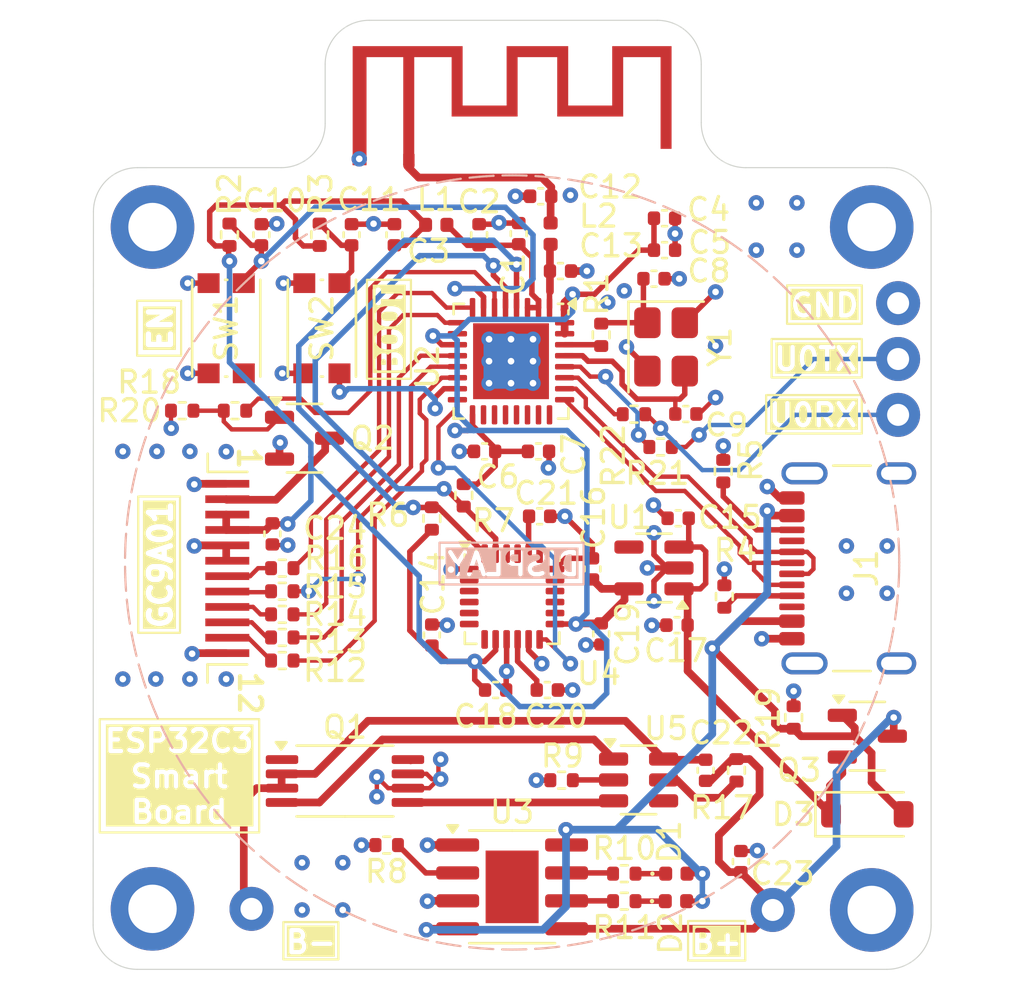
<source format=kicad_pcb>
(kicad_pcb (version 20241229) (generator "pcbnew") (generator_version "9.0")
  (layers (0 "F.Cu" signal) (4 "In1.Cu" power) (6 "In2.Cu" power) (2 "B.Cu" signal) (13 "F.Paste" user) (15 "B.Paste" user) (5 "F.SilkS" user "F.Silkscreen") (7 "B.SilkS" user "B.Silkscreen") (1 "F.Mask" user) (3 "B.Mask" user) (25 "Edge.Cuts" user))
  (net 0 "")
  (net 1 "Net-(AE1-A)")
  (net 2 "GND")
  (net 3 "Net-(C8-Pad1)")
  (net 4 "/XTAL_N")
  (net 5 "/CHIP_EN")
  (net 6 "/BOOT")
  (net 7 "/ANTENNA")
  (net 8 "Net-(D1-K)")
  (net 10 "Net-(U4-REGOUT)")
  (net 15 "Net-(U4-CPOUT)")
  (net 17 "/D+")
  (net 19 "+3.3V")
  (net 20 "+3.3VA")
  (net 21 "/D-")
  (net 23 "Net-(J1-CC1)")
  (net 24 "VBUS")
  (net 25 "/XTAL_P")
  (net 26 "Net-(J1-CC2)")
  (net 27 "+BATT")
  (net 29 "Net-(U3-PROG)")
  (net 31 "Net-(D2-K)")
  (net 32 "/I2C_SDA")
  (net 47 "/I2C_SCL")
  (net 48 "/RESET")
  (net 49 "/SPI_DATA")
  (net 50 "/SPI_CLK")
  (net 51 "/SPI_CS")
  (net 52 "-BATT")
  (net 54 "Net-(U5-OD)")
  (net 55 "unconnected-(Q1-Pad1)_1")
  (net 56 "Net-(U5-OC)")
  (net 57 "Net-(U5-CS)")
  (net 59 "Net-(U3-~{CHRG})")
  (net 60 "Net-(U3-~{STDBY})")
  (net 61 "/DC")
  (net 62 "/BL")
  (net 63 "/MPU_INT")
  (net 64 "Net-(J3-Pin_7)")
  (net 65 "Net-(J3-Pin_8)")
  (net 66 "Net-(J3-Pin_10)")
  (net 67 "Net-(J3-Pin_9)")
  (net 68 "Net-(J3-Pin_11)")
  (net 69 "Net-(U5-VCC)")
  (net 70 "Net-(J3-Pin_2)")
  (net 71 "Net-(Q2-G)")
  (net 72 "VCC")
  (net 73 "/U0TX")
  (net 74 "Net-(U2-U0TXD{slash}GPIO21)")
  (net 75 "Net-(U2-U0RXD{slash}GPIO20)")
  (net 76 "/U0RX")
  (footprint "LED_SMD:LED_0402_1005Metric" (layer "F.Cu") (at 39.3 52.25)
    (property "Reference" "D2")
    (property "Value" "GREEN")
  )
  (footprint "Sensor_Motion:InvenSense_QFN-24_4x4mm_P0.5mm" (layer "F.Cu") (at 31.85 38.4)
    (property "Reference" "U4")
    (property "Value" "MPU-6050")
  )
  (footprint "Capacitor_SMD:C_0402_1005Metric" (layer "F.Cu") (at 26.5 21.95 90)
    (property "Reference" "C3")
    (property "Value" "100n")
  )
  (footprint "Capacitor_SMD:C_0402_1005Metric" (layer "F.Cu") (at 39.4 34.842107 180)
    (property "Reference" "C15")
    (property "Value" "100n")
  )
  (footprint "Resistor_SMD:R_0402_1005Metric" (layer "F.Cu") (at 28.2 34.85 90)
    (property "Reference" "R6")
    (property "Value" "4.7k")
  )
  (footprint "Capacitor_SMD:C_0402_1005Metric" (layer "F.Cu") (at 30.6 31.8 180)
    (property "Reference" "C6")
    (property "Value" "100n")
  )
  (footprint "Capacitor_SMD:C_0402_1005Metric" (layer "F.Cu") (at 33.05 31.8)
    (property "Reference" "C7")
    (property "Value" "10u")
  )
  (footprint "Resistor_SMD:R_0402_1005Metric" (layer "F.Cu") (at 21.4 38.16 180)
    (property "Reference" "R15")
    (property "Value" "1k")
  )
  (footprint "Resistor_SMD:R_0402_1005Metric" (layer "F.Cu") (at 37.39 30.11)
    (property "Reference" "R22")
    (property "Value" "100R")
  )
  (footprint "User:ESPRESSIF_ESP32_MIFA_2.4GHz_Right" (layer "F.Cu") (at 27.3 18.525)
    (property "Reference" "AE1" (hide yes))
    (property "Value" "Antenna_Shield")
  )
  (footprint "MountingHole:MountingHole_2.2mm_M2_DIN965_Pad" (layer "F.Cu") (at 48.2 21.6)
    (property "Reference" "H2" (hide yes))
    (property "Value" "MountingHole_Pad")
  )
  (footprint "MountingHole:MountingHole_2.2mm_M2_DIN965_Pad" (layer "F.Cu") (at 15.5 52.6)
    (property "Reference" "H4" (hide yes))
    (property "Value" "MountingHole_Pad")
  )
  (footprint "Resistor_SMD:R_0402_1005Metric" (layer "F.Cu") (at 23.1 21.95 90)
    (property "Reference" "R3")
    (property "Value" "10k")
  )
  (footprint "Capacitor_SMD:C_0402_1005Metric" (layer "F.Cu") (at 35.9 40.1 -90)
    (property "Reference" "C19")
    (property "Value" "10n")
  )
  (footprint "Capacitor_SMD:C_0402_1005Metric" (layer "F.Cu") (at 34.05 23.6)
    (property "Reference" "C13")
    (property "Value" "3.3p")
  )
  (footprint "Inductor_SMD:L_0402_1005Metric" (layer "F.Cu") (at 28.4 21.5)
    (property "Reference" "L1")
    (property "Value" "2n")
  )
  (footprint "Capacitor_SMD:C_0402_1005Metric" (layer "F.Cu") (at 20.95 35.55 -90)
    (property "Reference" "C24")
    (property "Value" "10u")
  )
  (footprint "Capacitor_SMD:C_0402_1005Metric" (layer "F.Cu") (at 30.35 21.95 90)
    (property "Reference" "C2")
    (property "Value" "100n")
  )
  (footprint "Resistor_SMD:R_0402_1005Metric" (layer "F.Cu") (at 26.15 49.7)
    (property "Reference" "R8")
    (property "Value" "5k")
  )
  (footprint "Button_Switch_SMD:SW_Push_1P1T_NO_CK_KMR2" (layer "F.Cu") (at 23.2 26.2 -90)
    (property "Reference" "SW2")
    (property "Value" "SW_Push")
  )
  (footprint "User:GC9A01-12PIN-FPC" (layer "F.Cu") (at 18.9 36.772893 -90)
    (property "Reference" "J3" (hide yes))
    (property "Value" "Conn_01x12_Pin")
  )
  (footprint "Capacitor_SMD:C_0402_1005Metric" (layer "F.Cu") (at 33.45 42.65)
    (property "Reference" "C20")
    (property "Value" "100n")
  )
  (footprint "Capacitor_SMD:C_0402_1005Metric" (layer "F.Cu") (at 35.5 37.142107 90)
    (property "Reference" "C16")
    (property "Value" "10u")
  )
  (footprint "Resistor_SMD:R_0402_1005Metric" (layer "F.Cu") (at 38.6 31.6)
    (property "Reference" "R21")
    (property "Value" "100R")
  )
  (footprint "Capacitor_SMD:C_0402_1005Metric" (layer "F.Cu") (at 20.45 21.95 90)
    (property "Reference" "C10")
    (property "Value" "100n")
  )
  (footprint "Package_TO_SOT_SMD:SOT-23-6" (layer "F.Cu") (at 37.6 46.7375)
    (property "Reference" "U5")
    (property "Value" "DW01A")
  )
  (footprint "Resistor_SMD:R_0402_1005Metric" (layer "F.Cu") (at 36.95 51 180)
    (property "Reference" "R10")
    (property "Value" "1k")
  )
  (footprint "Resistor_SMD:R_0402_1005Metric" (layer "F.Cu") (at 42.05 46.3 90)
    (property "Reference" "R17")
    (property "Value" "100R")
  )
  (footprint "Crystal:Crystal_SMD_3225-4Pin_3.2x2.5mm" (layer "F.Cu") (at 38.85 27.05 -90)
    (property "Reference" "Y1")
    (property "Value" "SJK-7U-40.000")
  )
  (footprint "Capacitor_SMD:C_0402_1005Metric" (layer "F.Cu") (at 28.2 40.15 90)
    (property "Reference" "C14")
    (property "Value" "10u")
  )
  (footprint "Resistor_SMD:R_0402_1005Metric" (layer "F.Cu") (at 21.4 41.31 180)
    (property "Reference" "R12")
    (property "Value" "1k")
  )
  (footprint "Resistor_SMD:R_0402_1005Metric" (layer "F.Cu") (at 34.1 46.75 180)
    (property "Reference" "R9")
    (property "Value" "1k")
  )
  (footprint "Capacitor_SMD:C_0402_1005Metric" (layer "F.Cu") (at 31.1 42.65)
    (property "Reference" "C18")
    (property "Value" "100n")
  )
  (footprint "Resistor_SMD:R_0402_1005Metric" (layer "F.Cu") (at 41.45 32.7 90)
    (property "Reference" "R5")
    (property "Value" "5.1k")
  )
  (footprint "MountingHole:MountingHole_2.2mm_M2_DIN965_Pad" (layer "F.Cu") (at 48.2 52.65)
    (property "Reference" "H3" (hide yes))
    (property "Value" "MountingHole_Pad")
  )
  (footprint "Resistor_SMD:R_0402_1005Metric" (layer "F.Cu") (at 19 21.95 90)
    (property "Reference" "R2")
    (property "Value" "10k")
  )
  (footprint "Resistor_SMD:R_0402_1005Metric" (layer "F.Cu") (at 21.4 39.21 180)
    (property "Reference" "R14")
    (property "Value" "1k")
  )
  (footprint "Capacitor_SMD:C_0402_1005Metric" (layer "F.Cu") (at 33.15 20.2 180)
    (property "Reference" "C12")
    (property "Value" "3.3p")
  )
  (footprint "Package_TO_SOT_SMD:SOT-23-5" (layer "F.Cu") (at 38.3 37.1 180)
    (property "Reference" "U1")
    (property "Value" "ME6211C33M5G")
  )
  (footprint "Capacitor_SMD:C_0402_1005Metric" (layer "F.Cu") (at 24.55 21.95 90)
    (property "Reference" "C11")
    (property "Value" "100n")
  )
  (footprint "Resistor_SMD:R_0402_1005Metric" (layer "F.Cu") (at 36.95 52.25)
    (property "Reference" "R11")
    (property "Value" "1k")
  )
  (footprint "MountingHole:MountingHole_2.2mm_M2_DIN965_Pad" (layer "F.Cu") (at 15.5 21.6)
    (property "Reference" "H1" (hide yes))
    (property "Value" "MountingHole_Pad")
  )
  (footprint "Package_TO_SOT_SMD:SOT-23-3" (layer "F.Cu") (at 48 44.75)
    (property "Reference" "Q3")
    (property "Value" "IRLML6401")
  )
  (footprint "Resistor_SMD:R_0402_1005Metric" (layer "F.Cu") (at 35.9 26.5 -90)
    (property "Reference" "R1")
    (property "Value" "22R")
  )
  (footprint "Capacitor_SMD:C_0402_1005Metric" (layer "F.Cu") (at 42.25 50.45 90)
    (property "Reference" "C23")
    (property "Value" "10u")
  )
  (footprint "Capacitor_SMD:C_0402_1005Metric" (layer "F.Cu") (at 39.35 39.7 180)
    (property "Reference" "C17")
    (property "Value" "10u")
  )
  (footprint "Capacitor_SMD:C_0402_1005Metric" (layer "F.Cu") (at 38.78 22.65)
    (property "Reference" "C5")
    (property "Value" "100n")
  )
  (footprint "Resistor_SMD:R_0402_1005Metric" (layer "F.Cu") (at 16.85 29.95)
    (property "Reference" "R20")
    (property "Value" "10k")
  )
  (footprint "Capacitor_SMD:C_0402_1005Metric" (layer "F.Cu") (at 39.75 30.1)
    (property "Reference" "C9")
    (property "Value" "14p")
  )
  (footprint "Capacitor_SMD:C_0402_1005Metric" (layer "F.Cu") (at 33.1 34.75)
    (property "Reference" "C21")
    (property "Value" "2.2n")
  )
  (footprint "Diode_SMD:D_SOD-123" (layer "F.Cu") (at 48 48.3)
    (property "Reference" "D3")
    (property "Value" "STPS0560Z")
  )
  (footprint "Package_DFN_QFN:QFN-32-1EP_5x5mm_P0.5mm_EP3.45x3.45mm_ThermalVias" (layer "F.Cu") (at 31.8 27.7 -90)
    (property "Reference" "U2")
    (property "Value" "ESP32-C3")
  )
  (footprint "Resistor_SMD:R_0402_1005Metric" (layer "F.Cu") (at 44.65 43.9 90)
    (property "Reference" "R19")
    (property "Value" "10k")
  )
  (footprint "Capacitor_SMD:C_0402_1005Metric" (layer "F.Cu") (at 38.3 23.95)
    (property "Reference" "C8")
    (property "Value" "14p")
  )
  (footprint "Capacitor_SMD:C_0402_1005Metric" (layer "F.Cu") (at 40.65 46.3 90)
    (property "Reference" "C22")
    (property "Value" "100n")
  )
  (footprint "Capacitor_SMD:C_0402_1005Metric" (layer "F.Cu") (at 38.78 21.2)
    (property "Reference" "C4")
    (property "Value" "100n")
  )
  (footprint "Resistor_SMD:R_0402_1005Metric" (layer "F.Cu") (at 29.65 33.8 90)
    (property "Reference" "R7")
    (property "Value" "4.7k")
  )
  (footprint "Connector_USB:USB_C_Receptacle_GCT_USB4105-xx-A_16P_TopMnt_Horizontal" (layer "F.Cu") (at 48.25 37.117893 90)
    (property "Reference" "J1")
    (property "Value" "USB_C_Receptacle_USB2.0_16P")
  )
  (footprint "Package_SO:SOIC-8-1EP_3.9x4.9mm_P1.27mm_EP2.41x3.3mm_ThermalVias" (layer "F.Cu") (at 31.85 51.6)
    (property "Reference" "U3")
    (property "Value" "TP4056")
  )
  (footprint "Package_TO_SOT_SMD:SOT-23-3" (layer "F.Cu") (at 22.4125 31.2)
    (property "Reference" "Q2")
    (property "Value" "BSS138")
  )
  (footprint "Button_Switch_SMD:SW_Push_1P1T_NO_CK_KMR2" (layer "F.Cu") (at 18.85 26.2 -90)
    (property "Reference" "SW1")
    (property "Value" "SW_Push")
  )
  (footprint "Inductor_SMD:L_0402_1005Metric" (layer "F.Cu") (at 33.6 21.9 90)
    (property "Reference" "L2")
    (property "Value" "2.2n")
  )
  (footprint "Capacitor_SMD:C_0402_1005Metric" (layer "F.Cu") (at 32.15 21.9 90)
    (property "Reference" "C1")
    (property "Value" "10u")
  )
  (footprint "Resistor_SMD:R_0402_1005Metric" (layer "F.Cu") (at 21.4 40.26 180)
    (property "Reference" "R13")
    (property "Value" "1k")
  )
  (footprint "Package_SO:TSSOP-8_4.4x3mm_P0.65mm" (layer "F.Cu") (at 24.25 46.7875)
    (property "Reference" "Q1")
    (property "Value" "FS8205A")
  )
  (footprint "LED_SMD:LED_0402_1005Metric" (layer "F.Cu") (at 39.3175 51)
    (property "Reference" "D1")
    (property "Value" "RED")
  )
  (footprint "Resistor_SMD:R_0402_1005Metric" (layer "F.Cu") (at 21.4 37.11 180)
    (property "Reference" "R16")
    (property "Value" "1k")
  )
  (footprint "Resistor_SMD:R_0402_1005Metric" (layer "F.Cu") (at 19.25 29.95)
    (property "Reference" "R18")
    (property "Value" "10R")
  )
  (footprint "Resistor_SMD:R_0402_1005Metric" (layer "F.Cu") (at 41.5 38.4 90)
    (property "Reference" "R4")
    (property "Value" "5.1k")
  )
  (gr_circle (center 27.1575 18.785) (end 27.3175 18.785) (stroke (width 0.2)) (fill yes) (layer "F.Cu") (net 1))
  (gr_rect (start 25.25 24) (end 27.25 28.5) (stroke (width 0.1)) (fill no) (layer "F.SilkS"))
  (gr_rect (start 43.4 29.24) (end 47.75 30.99) (stroke (width 0.1)) (fill no) (layer "F.SilkS"))
  (gr_rect (start 14.85 33.85) (end 16.75 40.05) (stroke (width 0.1)) (fill no) (layer "F.SilkS"))
  (gr_rect (start 13.1 43.975) (end 20.35 49.125) (stroke (width 0.1)) (fill no) (layer "F.SilkS"))
  (gr_rect (start 14.8 24.95) (end 16.8 27.45) (stroke (width 0.1)) (fill no) (layer "F.SilkS"))
  (gr_rect (start 39.85 53.15) (end 42.45 54.95) (stroke (width 0.1)) (fill no) (layer "F.SilkS"))
  (gr_rect (start 21.45 53.2) (end 23.95 54.9) (stroke (width 0.1)) (fill no) (layer "F.SilkS"))
  (gr_rect (start 44.35 24.25) (end 47.75 26) (stroke (width 0.1)) (fill no) (layer "F.SilkS"))
  (gr_rect (start 43.65 26.69) (end 47.75 28.44) (stroke (width 0.1)) (fill no) (layer "F.SilkS"))
  (gr_circle (center 31.85 36.85) (end 49.450284 36.85) (stroke (width 0.1) (type dash)) (fill no) (layer "B.SilkS"))
  (gr_rect (start 28.55 35.95) (end 35.1 37.85) (stroke (width 0.1)) (fill no) (layer "B.SilkS"))
  (gr_arc (start 23.35 16.9) (mid 22.764214 18.314214) (end 21.35 18.9) (stroke (width 0.05)) (layer "Edge.Cuts"))
  (gr_line (start 48.9 18.9) (end 42.474265 18.9) (stroke (width 0.05)) (layer "Edge.Cuts"))
  (gr_line (start 50.9 53.335786) (end 50.9 20.9) (stroke (width 0.05)) (layer "Edge.Cuts"))
  (gr_line (start 40.45 14.2) (end 40.450001 16.85) (stroke (width 0.05)) (layer "Edge.Cuts"))
  (gr_line (start 25.35 12.2) (end 38.45 12.2) (stroke (width 0.05)) (layer "Edge.Cuts"))
  (gr_arc (start 48.9 18.9) (mid 50.314214 19.485786) (end 50.9 20.9) (stroke (width 0.05)) (layer "Edge.Cuts"))
  (gr_arc (start 12.814214 20.9) (mid 13.4 19.485786) (end 14.814214 18.9) (stroke (width 0.05)) (layer "Edge.Cuts"))
  (gr_arc (start 42.474265 18.900163) (mid 41.033704 18.298098) (end 40.450001 16.85) (stroke (width 0.05)) (layer "Edge.Cuts"))
  (gr_line (start 23.35 16.9) (end 23.35 14.2) (stroke (width 0.05)) (layer "Edge.Cuts"))
  (gr_line (start 21.350004 18.899999) (end 14.814214 18.900015) (stroke (width 0.05)) (layer "Edge.Cuts"))
  (gr_arc (start 50.9 53.335786) (mid 50.310051 54.760051) (end 48.885786 55.35) (stroke (width 0.05)) (layer "Edge.Cuts"))
  (gr_line (start 14.814214 55.35) (end 48.885786 55.35) (stroke (width 0.05)) (layer "Edge.Cuts"))
  (gr_arc (start 23.35 14.2) (mid 23.935786 12.785786) (end 25.349999 12.2) (stroke (width 0.05)) (layer "Edge.Cuts"))
  (gr_line (start 12.814214 20.9) (end 12.8 53.335786) (stroke (width 0.05)) (layer "Edge.Cuts"))
  (gr_arc (start 14.814214 55.35) (mid 13.389949 54.760051) (end 12.8 53.335786) (stroke (width 0.05)) (layer "Edge.Cuts"))
  (gr_arc (start 38.45 12.2) (mid 39.864214 12.785786) (end 40.45 14.2) (stroke (width 0.05)) (layer "Edge.Cuts"))
  (gr_text "ESP32C3\nSmart\nBoard" (at 16.71 48.775 0) (layer "F.SilkS" knockout) (effects (font (size 1 1) (thickness 0.2) (bold yes)) (justify bottom)))
  (gr_text "BOOT" (at 26.9 26.3 90) (layer "F.SilkS" knockout) (effects (font (size 1 1) (thickness 0.25) (bold yes)) (justify bottom)))
  (gr_text "1" (at 19.3 31.5 270) (layer "F.SilkS") (effects (font (size 1 1) (thickness 0.2) (bold yes)) (justify left bottom)))
  (gr_text "GND" (at 44.4 25.75 0) (layer "F.SilkS" knockout) (effects (font (size 1 1) (thickness 0.2) (bold yes)) (justify left bottom)))
  (gr_text "B+" (at 39.9 54.7 0) (layer "F.SilkS" knockout) (effects (font (size 1 1) (thickness 0.2) (bold yes)) (justify left bottom)))
  (gr_text "U0RX" (at 43.42381 30.74 0) (layer "F.SilkS" knockout) (effects (font (size 1 1) (thickness 0.2) (bold yes)) (justify left bottom)))
  (gr_text "EN" (at 16.45 26.2 90) (layer "F.SilkS" knockout) (effects (font (size 1 1) (thickness 0.25) (bold yes)) (justify bottom)))
  (gr_text "B-\n" (at 21.45 54.7 0) (layer "F.SilkS" knockout) (effects (font (size 1 1) (thickness 0.2) (bold yes)) (justify left bottom)))
  (gr_text "U0TX" (at 45.65 28.19 0) (layer "F.SilkS" knockout) (effects (font (size 1 1) (thickness 0.2) (bold yes)) (justify bottom)))
  (gr_text "GC9A01" (at 16.45 36.95 90) (layer "F.SilkS" knockout) (effects (font (size 1 1) (thickness 0.25) (bold yes)) (justify bottom)))
  (gr_text "12" (at 19.35 41.7 270) (layer "F.SilkS") (effects (font (size 1 1) (thickness 0.2) (bold yes)) (justify left bottom)))
  (gr_text "DISPLAY" (at 35.026191 37.514 0) (layer "B.SilkS" knockout) (effects (font (size 1 1) (thickness 0.2) (bold yes)) (justify left bottom mirror)))
  (segment (start 27.6 19.35) (end 33.2 19.35) (width 0.35) (layer "F.Cu") (net 1))
  (segment (start 33.6 20.23) (end 33.63 20.2) (width 0.35) (layer "F.Cu") (net 1))
  (segment (start 33.2 19.35) (end 33.63 19.78) (width 0.35) (layer "F.Cu") (net 1))
  (segment (start 27.1575 18.525) (end 27.1575 18.9075) (width 0.35) (layer "F.Cu") (net 1))
  (segment (start 33.63 19.78) (end 33.63 20.2) (width 0.35) (layer "F.Cu") (net 1))
  (segment (start 33.6 21.415) (end 33.6 20.23) (width 0.35) (layer "F.Cu") (net 1))
  (segment (start 27.1575 18.9075) (end 27.6 19.35) (width 0.35) (layer "F.Cu") (net 1))
  (segment (start 39.6395 37.1) (end 38.9 37.1) (width 0.25) (layer "F.Cu") (net 2))
  (segment (start 25.55 21.45) (end 25.25 21.45) (width 0.25) (layer "F.Cu") (net 2))
  (segment (start 26.2125 47.1125) (end 25.7 46.6) (width 0.2) (layer "F.Cu") (net 2))
  (segment (start 31.25 21.4) (end 31.27 21.42) (width 0.25) (layer "F.Cu") (net 2))
  (segment (start 28.0875 47.1125) (end 28.5 46.7) (width 0.2) (layer "F.Cu") (net 2))
  (segment (start 38.3 35.5) (end 38.3 36.5) (width 0.25) (layer "F.Cu") (net 2))
  (segment (start 18.3 28.25) (end 17.1 28.25) (width 0.25) (layer "F.Cu") (net 2))
  (segment (start 21.65 36.06) (end 20.98 36.06) (width 0.2) (layer "F.Cu") (net 2))
  (segment (start 28.2 39.67) (end 28.87 39.67) (width 0.25) (layer "F.Cu") (net 2))
  (segment (start 33.2 41.45) (end 32.6 40.85) (width 0.25) (layer "F.Cu") (net 2))
  (segment (start 28.2 46.7) (end 28.5 46.7) (width 0.2) (layer "F.Cu") (net 2))
  (segment (start 28.5 46.7) (end 28.5 45.8) (width 0.2) (layer "F.Cu") (net 2))
  (segment (start 20.98 36.06) (end 20.95 36.03) (width 0.2) (layer "F.Cu") (net 2))
  (segment (start 22.4 24.15) (end 21.45 24.15) (width 0.25) (layer "F.Cu") (net 2))
  (segment (start 22.4 28.25) (end 21.4 28.25) (width 0.25) (layer "F.Cu") (net 2))
  (segment (start 33.8 37.15) (end 34.287893 36.662107) (width 0.25) (layer "F.Cu") (net 2))
  (segment (start 32.6 40.85) (end 32.6 40.35) (width 0.25) (layer "F.Cu") (net 2))
  (segment (start 34.53 23.6) (end 35.25 23.6) (width 0.35) (layer "F.Cu") (net 2))
  (segment (start 28.005 49.695) (end 28 49.7) (width 0.35) (layer "F.Cu") (net 2))
  (segment (start 25.25 21.45) (end 25.23 21.47) (width 0.25) (layer "F.Cu") (net 2))
  (segment (start 30.12 31.8) (end 29.45 31.8) (width 0.25) (layer "F.Cu") (net 2))
  (segment (start 35.5 36) (end 34.25 34.75) (width 0.25) (layer "F.Cu") (net 2))
  (segment (start 41.45 32.19) (end 41.45 31.55) (width 0.25) (layer "F.Cu") (net 2))
  (segment (start 38 28) (end 37.05 27.05) (width 0.25) (layer "F.Cu") (net 2))
  (segment (start 27.9625 46.4625) (end 28.2 46.7) (width 0.2) (layer "F.Cu") (net 2))
  (segment (start 38.87 39.7) (end 38.207893 39.7) (width 0.25) (layer "F.Cu") (net 2))
  (segment (start 33.93 42.65) (end 34.6 42.65) (width 0.25) (layer "F.Cu") (net 2))
  (segment (start 24.9 18.5) (end 24.915 18.515) (width 0.35) (layer "F.Cu") (net 2))
  (segment (start 20.45 21.47) (end 21.13 21.47) (width 0.25) (layer "F.Cu") (net 2))
  (segment (start 31.18 21.47) (end 31.25 21.4) (width 0.25) (layer "F.Cu") (net 2))
  (segment (start 17.445786 36.1) (end 17.472893 36.072893) (width 0.35) (layer "F.Cu") (net 2))
  (segment (start 32.67 20.2) (end 32 20.2) (width 0.35) (layer "F.Cu") (net 2))
  (segment (start 40.23 30.1) (end 40.35 30.1) (width 0.2) (layer "F.Cu") (net 2))
  (segment (start 18.3 24.15) (end 17.1 24.15) (width 0.25) (layer "F.Cu") (net 2))
  (segment (start 39.6395 37.1) (end 38 37.1) (width 0.25) (layer "F.Cu") (net 2))
  (segment (start 33.58 34.75) (end 34.25 34.75) (width 0.25) (layer "F.Cu") (net 2))
  (segment (start 39.26 21.9) (end 39.26 22.65) (width 0.25) (layer "F.Cu") (net 2))
  (segment (start 17.327107 40.972893) (end 17.3 41) (width 0.35) (layer "F.Cu") (net 2))
  (segment (start 43.2 40.317893) (end 44.57 40.317893) (width 0.35) (layer "F.Cu") (net 2))
  (segment (start 17.572893 33.272893) (end 18.85 33.272893) (width 0.35) (layer "F.Cu") (net 2))
  (segment (start 42.25 49.97) (end 42.98 49.97) (width 0.2) (layer "F.Cu") (net 2))
  (segment (start 43.45 33.4) (end 43.5 33.4) (width 0.35) (layer "F.Cu") (net 2))
  (segment (start 25.64 49.7) (end 25 49.7) (width 0.25) (layer "F.Cu") (net 2))
  (segment (start 38.275453 34.24027) (end 38.87729 34.842107) (width 0.25) (layer "F.Cu") (net 2))
  (segment (start 17.4 36.1) (end 17.445786 36.1) (width 0.35) (layer "F.Cu") (net 2))
  (segment (start 33.53 31.8) (end 33.53 32.52) (width 0.25) (layer "F.Cu") (net 2))
  (segment (start 17.4 33.3) (end 17.545786 33.3) (width 0.35) (layer "F.Cu") (net 2))
  (segment (start 21.275 32.15) (end 21.275 31.425) (width 0.35) (layer "F.Cu") (net 2))
  (segment (start 27.13 47.1125) (end 28.0875 47.1125) (width 0.2) (layer "F.Cu") (net 2))
  (segment (start 25.57 21.47) (end 25.55 21.45) (width 0.25) (layer "F.Cu") (net 2))
  (segment (start 40.35 30.1) (end 41.1 29.35) (width 0.2) (layer "F.Cu") (net 2))
  (segment (start 27.13 47.1125) (end 26.2125 47.1125) (width 0.2) (layer "F.Cu") (net 2))
  (segment (start 17.472893 36.072893) (end 18.85 36.072893) (width 0.35) (layer "F.Cu") (net 2))
  (segment (start 21.13 21.47) (end 21.15 21.45) (width 0.25) (layer "F.Cu") (net 2))
  (segment (start 28.015 52.235) (end 28 52.25) (width 0.35) (layer "F.Cu") (net 2))
  (segment (start 25.23 21.47) (end 24.55 21.47) (width 0.25) (layer "F.Cu") (net 2))
  (segment (start 44.017893 33.917893) (end 44.57 33.917893) (width 0.35) (layer "F.Cu") (net 2))
  (segment (start 43.5 33.4) (end 44.017893 33.917893) (width 0.35) (layer "F.Cu") (net 2))
  (segment (start 38 28.15) (end 38 28) (width 0.25) (layer "F.Cu") (net 2))
  (segment (start 29.0928 37.15) (end 29.070693 37.172107) (width 0.25) (layer "F.Cu") (net 2))
  (segment (start 38.3 36.5) (end 38.9 37.1) (width 0.25) (layer "F.Cu") (net 2))
  (segment (start 44.65 42.7) (end 44.65 43.39) (width 0.25) (layer "F.Cu") (net 2))
  (segment (start 35.9 40.58) (end 35.22 40.58) (width 0.25) (layer "F.Cu") (net 2))
  (segment (start 24.915 18.515) (end 24.915 18.535) (width 0.35) (layer "F.Cu") (net 2))
  (segment (start 38.78 23.95) (end 39.45 23.95) (width 0.25) (layer "F.Cu") (net 2))
  (segment (start 26.5 21.47) (end 25.57 21.47) (width 0.25) (layer "F.Cu") (net 2))
  (segment (start 21.45 31.4) (end 21.475 31.425) (width 0.35) (layer "F.Cu") (net 2))
  (segment (start 17.545786 33.3) (end 17.572893 33.272893) (width 0.35) (layer "F.Cu") (net 2))
  (segment (start 38.3 37.7) (end 38.9 37.1) (width 0.25) (layer "F.Cu") (net 2))
  (segment (start 25.7 47.575) (end 25.8125 47.6875) (width 0.2) (layer "F.Cu") (net 2))
  (segment (start 37.8 27.6) (end 37.8 27.75) (width 0.25) (layer "F.Cu") (net 2))
  (segment (start 41.5 37.89) (end 41.5 37.15) (width 0.25) (layer "F.Cu") (net 2))
  (segment (start 29.375 52.235) (end 28.015 52.235) (width 0.35) (layer "F.Cu") (net 2))
  (segment (start 18.85 36.742893) (end 18.85 36.072893) (width 0.35) (layer "F.Cu") (net 2))
  (segment (start 28.87 39.67) (end 28.9 39.7) (width 0.25) (layer "F.Cu") (net 2))
  (segment (start 35.5 36.662107) (end 35.5 36) (width 0.25) (layer "F.Cu") (net 2))
  (segment (start 38.3 38.6) (end 38.3 37.7) (width 0.25) (layer "F.Cu") (net 2))
  (segment (start 18.85 40.972893) (end 17.327107 40.972893) (width 0.35) (layer "F.Cu") (net 2))
  (segment (start 39.26 21.2) (end 39.26 21.9) (width 0.25) (layer "F.Cu") (net 2))
  (segment (start 31.6 41.8) (end 31.6 40.35) (width 0.25) (layer "F.Cu") (net 2))
  (segment (start 31.6 41.8) (end 31.58 41.82) (width 0.25) (layer "F.Cu") (net 2))
  (segment (start 38.87729 34.842107) (end 38.92 34.842107) (width 0.25) (layer "F.Cu") (net 2))
  (segment (start 30.35 21.47) (end 31.18 21.47) (width 0.25) (layer "F.Cu") (net 2))
  (segment (start 31.27 21.42) (end 32.15 21.42) (width 0.25) (layer "F.Cu") (net 2))
  (segment (start 35.22 40.58) (end 35.2 40.6) (width 0.25) (layer "F.Cu") (net 2))
  (segment (start 16.34 30.74) (end 16.35 30.75) (width 0.2) (layer "F.Cu") (net 2))
  (segment (start 31.58 41.82) (end 31.58 42.65) (width 0.25) (layer "F.Cu") (net 2))
  (segment (start 25.7 47.5) (end 25.7 47.575) (width 0.2) (layer "F.Cu") (net 2))
  (segment (start 33.53 32.52) (end 33.5 32.55) (width 0.25) (layer "F.Cu") (net 2))
  (segment (start 42.98 49.97) (end 43 49.95) (width 0.2) (layer "F.Cu") (net 2))
  (segment (start 21.3 31.4) (end 21.45 31.4) (width 0.35) (layer "F.Cu") (net 2))
  (segment (start 25.7 47.5) (end 25.7 46.6) (width 0.2) (layer "F.Cu") (net 2))
  (segment (start 34.287893 36.662107) (end 35.5 36.662107) (width 0.25) (layer "F.Cu") (net 2))
  (segment (start 29.375 49.695) (end 28.005 49.695) (width 0.35) (layer "F.Cu") (net 2))
  (segment (start 29.9 37.15) (end 29.0928 37.15) (width 0.25) (layer "F.Cu") (net 2))
  (segment (start 39.7 25.95) (end 41.1 24.55) (width 0.25) (layer "F.Cu") (net 2))
  (segment (start 21.275 31.425) (end 21.3 31.4) (width 0.35) (layer "F.Cu") (net 2))
  (segment (start 33.59 46.75) (end 32.95 46.75) (width 0.25) (layer "F.Cu") (net 2))
  (segment (start 16.34 29.95) (end 16.34 30.74) (width 0.2) (layer "F.Cu") (net 2))
  (segment (start 25.55 21.45) (end 25.62 21.38) (width 0.25) (layer "F.Cu") (net 2))
  (segment (start 27.13 46.4625) (end 27.9625 46.4625) (width 0.2) (layer "F.Cu") (net 2))
  (via (at 21.65 36.06) (size 0.7) (drill 0.3) (layers "F.Cu" "B.Cu") (net 2))
  (via (at 38.3 35.5) (size 0.7) (drill 0.3) (layers "F.Cu" "B.Cu") (net 2))
  (via (at 25.7 47.5) (size 0.7) (drill 0.3) (layers "F.Cu" "B.Cu") (net 2))
  (via (at 17.4 36.1) (size 0.7) (drill 0.3) (layers "F.Cu" "B.Cu") (net 2))
  (via (at 44.8 20.5) (size 0.7) (drill 0.3) (layers "F.Cu" "B.Cu") (net 2))
  (via (at 16.35 30.75) (size 0.7) (drill 0.3) (layers "F.Cu" "B.Cu") (net 2))
  (via (at 29.45 31.8) (size 0.7) (drill 0.3) (layers "F.Cu" "B.Cu") (net 2))
  (via (at 34.6 42.65) (size 0.7) (drill 0.3) (layers "F.Cu" "B.Cu") (net 2))
  (via (at 17.4 33.3) (size 0.7) (drill 0.3) (layers "F.Cu" "B.Cu") (net 2))
  (via (at 21.4 28.25) (size 0.7) (drill 0.3) (layers "F.Cu" "B.Cu") (net 2))
  (via (at 28.9 39.7) (size 0.7) (drill 0.3) (layers "F.Cu" "B.Cu") (net 2))
  (via (at 33.5 32.55) (size 0.7) (drill 0.3) (layers "F.Cu" "B.Cu") (net 2))
  (via (at 15.7 31.8) (size 0.7) (drill 0.3) (layers "F.Cu" "B.Cu") (net 2))
  (via (at 14.15 42.15) (size 0.7) (drill 0.3) (layers "F.Cu" "B.Cu") (net 2))
  (via (at 24.15 50.5) (size 0.7) (drill 0.3) (layers "F.Cu" "B.Cu") (net 2))
  (via (at 38.2 39.707893) (size 0.7) (drill 0.3) (layers "F.Cu" "B.Cu") (net 2))
  (via (at 36.2 25.025) (size 0.7) (drill 0.3) (layers "F.Cu" "B.Cu") (net 2))
  (via (at 32 20.2) (size 0.7) (drill 0.3) (layers "F.Cu" "B.Cu") (net 2))
  (via (at 25.55 21.45) (size 0.7) (drill 0.3) (layers "F.Cu" "B.Cu") (net 2))
  (via (at 49.4 25.06) (size 2) (drill 1) (layers "F.Cu" "B.Cu") (net 2))
  (via (at 41.5 37.15) (size 0.7) (drill 0.3) (layers "F.Cu" "B.Cu") (net 2))
  (via (at 43 49.95) (size 0.7) (drill 0.3) (layers "F.Cu" "B.Cu") (net 2))
  (via (at 24.9 18.5) (size 0.7) (drill 0.3) (layers "F.Cu" "B.Cu") (net 2))
  (via (at 21.45 24.15) (size 0.7) (drill 0.3) (layers "F.Cu" "B.Cu") (net 2))
  (via (at 35.25 23.6) (size 0.7) (drill 0.3) (layers "F.Cu" "B.Cu") (net 2))
  (via (at 24.15 52.65) (size 0.7) (drill 0.3) (layers "F.Cu" "B.Cu") (net 2))
  (via (at 38 37.1) (size 0.7) (drill 0.3) (layers "F.Cu" "B.Cu") (net 2))
  (via (at 28 52.25) (size 0.7) (drill 0.3) (layers "F.Cu" "B.Cu") (net 2))
  (via (at 35.2 40.6) (size 0.7) (drill 0.3) (layers "F.Cu" "B.Cu") (net 2))
  (via (at 22.3 52.65) (size 0.7) (drill 0.3) (layers "F.Cu" "B.Cu") (net 2))
  (via (at 47.05 38.25) (size 0.7) (drill 0.3) (layers "F.Cu" "B.Cu") (net 2))
  (via (at 41.45 31.55) (size 0.7) (drill 0.3) (layers "F.Cu" "B.Cu") (net 2))
  (via (at 47.05 36.1) (size 0.7) (drill 0.3) (layers "F.Cu" "B.Cu") (net 2))
  (via (at 17.1 24.15) (size 0.7) (drill 0.3) (layers "F.Cu" "B.Cu") (net 2))
  (via (at 18.85 31.81) (size 0.7) (drill 0.3) (layers "F.Cu" "B.Cu") (net 2))
  (via (at 42.95 20.5) (size 0.7) (drill 0.3) (layers "F.Cu" "B.Cu") (net 2))
  (via (at 44.65 42.7) (size 0.7) (drill 0.3) (layers "F.Cu" "B.Cu") (net 2))
  (via (at 29.070693 37.172107) (size 0.7) (drill 0.3) (layers "F.Cu" "B.Cu") (net 2))
  (via (at 17.2 31.8) (size 0.7) (drill 0.3) (layers "F.Cu" "B.Cu") (net 2))
  (via (at 39.26 21.9) (size 0.7) (drill 0.3) (layers "F.Cu" "B.Cu") (net 2))
  (via (at 22.3 50.5) (size 0.7) (drill 0.3) (layers "F.Cu" "B.Cu") (net 2))
  (via (at 34.5 20.15) (size 0.7) (drill 0.3) (layers "F.Cu" "B.Cu") (net 2))
  (via (at 28 49.7) (size 0.7) (drill 0.3) (layers "F.Cu" "B.Cu") (net 2))
  (via (at 34.25 34.75) (size 0.7) (drill 0.3) (layers "F.Cu" "B.Cu") (net 2))
  (via (at 14.15 31.8) (size 0.7) (drill 0.3) (layers "F.Cu" "B.Cu") (net 2))
  (via (at 36.95 24.5) (size 0.7) (drill 0.3) (layers "F.Cu" "B.Cu") (net 2))
  (via (at 17.3 41) (size 0.7) (drill 0.3) (layers "F.Cu" "B.Cu") (net 2))
  (via (at 25 49.7) (size 0.7) (drill 0.3) (layers "F.Cu" "B.Cu") (net 2))
  (via (at 17.1 28.25) (size 0.7) (drill 0.3) (layers "F.Cu" "B.Cu") (net 2))
  (via (at 41.1 27) (size 0.7) (drill 0.3) (layers "F.Cu" "B.Cu") (net 2))
  (via (at 25.7 46.6) (size 0.7) (drill 0.3) (layers "F.Cu" "B.Cu") (net 2))
  (via (at 28.6 45.8) (size 0.7) (drill 0.3) (layers "F.Cu" "B.Cu") (net 2))
  (via (at 43.45 33.4) (size 0.7) (drill 0.3) (layers "F.Cu" "B.Cu") (net 2))
  (via (at 28.6 46.7) (size 0.7) (drill 0.3) (layers "F.Cu" "B.Cu") (net 2))
  (via (at 31.25 21.4) (size 0.7) (drill 0.3) (layers "F.Cu" "B.Cu") (net 2))
  (via (at 32.95 46.75) (size 0.7) (drill 0.3) (layers "F.Cu" "B.Cu") (net 2))
  (via (at 38.275453 34.24027) (size 0.7) (drill 0.3) (layers "F.Cu" "B.Cu") (net 2))
  (via (at 17.2 42.15) (size 0.7) (drill 0.3) (layers "F.Cu" "B.Cu") (net 2))
  (via (at 18.85 42.15) (size 0.7) (drill 0.3) (layers "F.Cu" "B.Cu") (net 2))
  (via (at 33.2 41.45) (size 0.7) (drill 0.3) (layers "F.Cu" "B.Cu") (net 2))
  (via (at 44.8 22.65) (size 0.7) (drill 0.3) (layers "F.Cu" "B.Cu") (net 2))
  (via (at 37.05 27.05) (size 0.7) (drill 0.3) (layers "F.Cu" "B.Cu") (net 2))
  (via (at 21.15 21.45) (size 0.7) (drill 0.3) (layers "F.Cu" "B.Cu") (net 2))
  (via (at 31.6 41.8) (size 0.7) (drill 0.3) (layers "F.Cu" "B.Cu") (net 2))
  (via (at 41.1 29.35) (size 0.7) (drill 0.3) (layers "F.Cu" "B.Cu") (net 2))
  (via (at 39.45 23.95) (size 0.7) (drill 0.3) (layers "F.Cu" "B.Cu") (net 2))
  (via (at 48.9 38.25) (size 0.7) (drill 0.3) (layers "F.Cu" "B.Cu") (net 2))
  (via (at 42.95 22.65) (size 0.7) (drill 0.3) (layers "F.Cu" "B.Cu") (net 2))
  (via (at 21.3 31.4) (size 0.7) (drill 0.3) (layers "F.Cu" "B.Cu") (net 2))
  (via (at 15.65 42.15) (size 0.7) (drill 0.3) (layers "F.Cu" "B.Cu") (net 2))
  (via (at 41.1 24.55) (size 0.7) (drill 0.3) (layers "F.Cu" "B.Cu") (net 2))
  (via (at 48.9 36.1) (size 0.7) (drill 0.3) (layers "F.Cu" "B.Cu") (net 2))
  (via (at 38.3 38.6) (size 0.7) (drill 0.3) (layers "F.Cu" "B.Cu") (net 2))
  (via (at 43.2 40.317893) (size 0.7) (drill 0.3) (layers "F.Cu" "B.Cu") (net 2))
  (segment (start 35.94 25.95) (end 35.9 25.99) (width 0.25) (layer "F.Cu") (net 3))
  (segment (start 37.82 25.77) (end 38 25.95) (width 0.25) (layer "F.Cu") (net 3))
  (segment (start 38 25.95) (end 35.94 25.95) (width 0.25) (layer "F.Cu") (net 3))
  (segment (start 37.82 23.95) (end 37.82 25.77) (width 0.25) (layer "F.Cu") (net 3))
  (segment (start 39.476 29.424) (end 39.7 29.2) (width 0.25) (layer "F.Cu") (net 4))
  (segment (start 37.524 29.424) (end 39.25 29.424) (width 0.25) (layer "F.Cu") (net 4))
  (segment (start 39.25 29.424) (end 39.476 29.424) (width 0.25) (layer "F.Cu") (net 4))
  (segment (start 35.124 27.524) (end 35.126454 27.524) (width 0.25) (layer "F.Cu") (net 4))
  (segment (start 36.4 27.7) (end 36.85 28.15) (width 0.25) (layer "F.Cu") (net 4))
  (segment (start 39.7 29.2) (end 39.7 28.15) (width 0.25) (layer "F.Cu") (net 4))
  (segment (start 36.85 28.75) (end 37.524 29.424) (width 0.25) (layer "F.Cu") (net 4))
  (segment (start 34.2375 27.45) (end 35.05 27.45) (width 0.25) (layer "F.Cu") (net 4))
  (segment (start 39.27 30.1) (end 39.27 29.444) (width 0.2) (layer "F.Cu") (net 4))
  (segment (start 36.85 28.15) (end 36.85 28.75) (width 0.25) (layer "F.Cu") (net 4))
  (segment (start 39.27 29.444) (end 39.25 29.424) (width 0.2) (layer "F.Cu") (net 4))
  (segment (start 35.05 27.45) (end 35.124 27.524) (width 0.25) (layer "F.Cu") (net 4))
  (segment (start 35.126454 27.524) (end 35.302455 27.7) (width 0.25) (layer "F.Cu") (net 4))
  (segment (start 35.302455 27.7) (end 36.4 27.7) (width 0.25) (layer "F.Cu") (net 4))
  (segment (start 19.6 27.95) (end 19.9 28.25) (width 0.25) (layer "F.Cu") (net 5))
  (segment (start 19.99 22.43) (end 19 21.44) (width 0.25) (layer "F.Cu") (net 5))
  (segment (start 30.55 24.773846) (end 30.55 25.2625) (width 0.25) (layer "F.Cu") (net 5))
  (segment (start 19.65 24.15) (end 19.65 24.4) (width 0.25) (layer "F.Cu") (net 5))
  (segment (start 19.65 24.4) (end 19.6 24.45) (width 0.25) (layer "F.Cu") (net 5))
  (segment (start 19.9 23.9) (end 19.65 24.15) (width 0.25) (layer "F.Cu") (net 5))
  (segment (start 30.176154 24.4) (end 30.55 24.773846) (width 0.25) (layer "F.Cu") (net 5))
  (segment (start 19.65 24.15) (end 19.65 23.95) (width 0.25) (layer "F.Cu") (net 5))
  (segment (start 20.45 22.43) (end 19.99 22.43) (width 0.25) (layer "F.Cu") (net 5))
  (segment (start 19.65 23.95) (end 20.45 23.15) (width 0.25) (layer "F.Cu") (net 5))
  (segment (start 20.45 23.15) (end 20.45 22.43) (width 0.25) (layer "F.Cu") (net 5))
  (segment (start 29.25 24.4) (end 30.176154 24.4) (width 0.25) (layer "F.Cu") (net 5))
  (via (at 20.45 23.15) (size 0.7) (drill 0.3) (layers "F.Cu" "B.Cu") (net 5))
  (via (at 29.25 24.4) (size 0.7) (drill 0.3) (layers "F.Cu" "B.Cu") (net 5))
  (segment (start 32.35 24.4) (end 29.25 24.4) (width 0.25) (layer "B.Cu") (net 5))
  (segment (start 32.8 21.956009) (end 32.8 23.95) (width 0.25) (layer "B.Cu") (net 5))
  (segment (start 32.8 23.95) (end 32.35 24.4) (width 0.25) (layer "B.Cu") (net 5))
  (segment (start 31.543991 20.7) (end 32.8 21.956009) (width 0.25) (layer "B.Cu") (net 5))
  (segment (start 22.9 20.7) (end 31.543991 20.7) (width 0.25) (layer "B.Cu") (net 5))
  (segment (start 20.45 23.15) (end 22.9 20.7) (width 0.25) (layer "B.Cu") (net 5))
  (segment (start 24 29.1) (end 24 28.25) (width 0.25) (layer "F.Cu") (net 6))
  (segment (start 24.55 23.6) (end 24 24.15) (width 0.25) (layer "F.Cu") (net 6))
  (segment (start 24.09 22.43) (end 23.1 21.44) (width 0.25) (layer "F.Cu") (net 6))
  (segment (start 28.35 29.35) (end 28.75 28.95) (width 0.25) (layer "F.Cu") (net 6))
  (segment (start 28.75 28.95) (end 29.3625 28.95) (width 0.25) (layer "F.Cu") (net 6))
  (segment (start 24.55 22.43) (end 24.09 22.43) (width 0.25) (layer "F.Cu") (net 6))
  (segment (start 24.55 22.43) (end 24.55 23.6) (width 0.25) (layer "F.Cu") (net 6))
  (segment (start 28.35 29.85) (end 28.35 29.35) (width 0.25) (layer "F.Cu") (net 6))
  (via (at 24 29.1) (size 0.7) (drill 0.3) (layers "F.Cu" "B.Cu") (net 6))
  (via (at 28.35 29.85) (size 0.7) (drill 0.3) (layers "F.Cu" "B.Cu") (net 6))
  (segment (start 24.25 29.1) (end 24.4 28.95) (width 0.25) (layer "B.Cu") (net 6))
  (segment (start 24 29.1) (end 24.25 29.1) (width 0.25) (layer "B.Cu") (net 6))
  (segment (start 24.4 28.95) (end 27.85 28.95) (width 0.25) (layer "B.Cu") (net 6))
  (segment (start 27.85 28.95) (end 28.35 29.45) (width 0.25) (layer "B.Cu") (net 6))
  (segment (start 28.35 29.45) (end 28.35 29.85) (width 0.25) (layer "B.Cu") (net 6))
  (segment (start 33.57 23.6) (end 33.57 24.53) (width 0.35) (layer "F.Cu") (net 7))
  (segment (start 33.55 25.2625) (end 33.55 24.55) (width 0.25) (layer "F.Cu") (net 7))
  (segment (start 33.57 23.6) (end 33.57 22.415) (width 0.35) (layer "F.Cu") (net 7))
  (segment (start 33.57 22.415) (end 33.6 22.385) (width 0.35) (layer "F.Cu") (net 7))
  (segment (start 37.46 51) (end 38.8325 51) (width 0.25) (layer "F.Cu") (net 8))
  (segment (start 32.1 40.35) (end 32.1 41.343991) (width 0.25) (layer "F.Cu") (net 10))
  (segment (start 32.1 41.343991) (end 32.97 42.213991) (width 0.25) (layer "F.Cu") (net 10))
  (segment (start 32.97 42.213991) (end 32.97 42.65) (width 0.25) (layer "F.Cu") (net 10))
  (segment (start 32.6 36.45) (end 32.6 34.77) (width 0.25) (layer "F.Cu") (net 15))
  (segment (start 32.6 34.77) (end 32.62 34.75) (width 0.25) (layer "F.Cu") (net 15))
  (segment (start 34.2375 28.95) (end 34.75 28.95) (width 0.2) (layer "F.Cu") (net 17))
  (segment (start 35.2 29.8) (end 38.35 32.95) (width 0.2) (layer "F.Cu") (net 17))
  (segment (start 38.35 32.95) (end 39.85 32.95) (width 0.2) (layer "F.Cu") (net 17))
  (segment (start 39.85 32.95) (end 42.694 35.794) (width 0.2) (layer "F.Cu") (net 17))
  (segment (start 42.961176 36.367893) (end 44.317893 36.367893) (width 0.2) (layer "F.Cu") (net 17))
  (segment (start 44.57 36.367893) (end 45.267893 36.367893) (width 0.2) (layer "F.Cu") (net 17))
  (segment (start 42.694 35.794) (end 42.694 36.100717) (width 0.2) (layer "F.Cu") (net 17))
  (segment (start 42.694 36.100717) (end 42.961176 36.367893) (width 0.2) (layer "F.Cu") (net 17))
  (segment (start 45.332107 37.367893) (end 44.57 37.367893) (width 0.2) (layer "F.Cu") (net 17))
  (segment (start 45.55 36.65) (end 45.55 37.15) (width 0.2) (layer "F.Cu") (net 17))
  (segment (start 45.267893 36.367893) (end 45.55 36.65) (width 0.2) (layer "F.Cu") (net 17))
  (segment (start 34.75 28.95) (end 35.2 29.4) (width 0.2) (layer "F.Cu") (net 17))
  (segment (start 45.55 37.15) (end 45.332107 37.367893) (width 0.2) (layer "F.Cu") (net 17))
  (segment (start 35.2 29.4) (end 35.2 29.8) (width 0.2) (layer "F.Cu") (net 17))
  (segment (start 38.3 22.65) (end 37.6 22.65) (width 0.25) (layer "F.Cu") (net 19))
  (segment (start 27.915 21.5) (end 27.915 21.465) (width 0.25) (layer "F.Cu") (net 19))
  (segment (start 18.1 22.2) (end 18.36 22.46) (width 0.25) (layer "F.Cu") (net 19))
  (segment (start 36.9605 38.05) (end 36.9605 38.5595) (width 0.35) (layer "F.Cu") (net 19))
  (segment (start 28.2 40.65) (end 28.2 40.63) (width 0.25) (layer "F.Cu") (net 19))
  (segment (start 31.08 31.8) (end 32.57 31.8) (width 0.25) (layer "F.Cu") (net 19))
  (segment (start 18.4 20.6) (end 18.1 20.9) (width 0.25) (layer "F.Cu") (net 19))
  (segment (start 18.96 22.5) (end 19 22.46) (width 0.25) (layer "F.Cu") (net 19))
  (segment (start 34.2375 25.3625) (end 34.2375 25.95) (width 0.35) (layer "F.Cu") (net 19))
  (segment (start 29.826154 30.85) (end 30.05 30.626154) (width 0.25) (layer "F.Cu") (net 19))
  (segment (start 31.08 31.8) (end 31.08 31.656154) (width 0.25) (layer "F.Cu") (net 19))
  (segment (start 27.2 36.36) (end 27.2 39.939999) (width 0.25) (layer "F.Cu") (net 19))
  (segment (start 26.5 22.43) (end 26.985 22.43) (width 0.25) (layer "F.Cu") (net 19))
  (segment (start 21.2 35.1) (end 21.16 35.06) (width 0.25) (layer "F.Cu") (net 19))
  (segment (start 34.78 39.62) (end 35.9 39.62) (width 0.35) (layer "F.Cu") (net 19))
  (segment (start 18.1 20.9) (end 18.1 22.2) (width 0.25) (layer "F.Cu") (net 19))
  (segment (start 35.927893 38.05) (end 35.5 37.622107) (width 0.35) (layer "F.Cu") (net 19))
  (segment (start 34.2375 25.95) (end 34.2375 26.45) (width 0.35) (layer "F.Cu") (net 19))
  (segment (start 34.75 39.65) (end 34.78 39.62) (width 0.35) (layer "F.Cu") (net 19))
  (segment (start 36.9605 38.5595) (end 35.9 39.62) (width 0.35) (layer "F.Cu") (net 19))
  (segment (start 29.3625 26.95) (end 28.65 26.95) (width 0.25) (layer "F.Cu") (net 19))
  (segment (start 22.36 22.46) (end 22 22.1) (width 0.25) (layer "F.Cu") (net 19))
  (segment (start 30.15 41.35) (end 30.15 42.18) (width 0.25) (layer "F.Cu") (net 19))
  (segment (start 30.594178 41.35) (end 31.1 40.844178) (width 0.25) (layer "F.Cu") (net 19))
  (segment (start 36.9605 38.05) (end 35.927893 38.05) (width 0.35) (layer "F.Cu") (net 19))
  (segment (start 34.6 24.656301) (end 34.233079 25.023222) (width 0.35) (layer "F.Cu") (net 19))
  (segment (start 31.1 40.844178) (end 31.1 40.35) (width 0.25) (layer "F.Cu") (net 19))
  (segment (start 30.15 41.35) (end 30.594178 41.35) (width 0.25) (layer "F.Cu") (net 19))
  (segment (start 34.233079 25.023222) (end 34.233079 25.358079) (width 0.35) (layer "F.Cu") (net 19))
  (segment (start 30.05 30.626154) (end 30.05 30.1375) (width 0.25) (layer "F.Cu") (net 19))
  (segment (start 18.85 35.372893) (end 20.647107 35.372893) (width 0.35) (layer "F.Cu") (net 19))
  (segment (start 21.53 20.42) (end 21.35 20.6) (width 0.25) (layer "F.Cu") (net 19))
  (segment (start 30.26 33.29) (end 29.65 33.29) (width 0.25) (layer "F.Cu") (net 19))
  (segment (start 21.35 20.6) (end 18.4 20.6) (width 0.25) (layer "F.Cu") (net 19))
  (segment (start 37.6 22.65) (end 35.593699 24.656301) (width 0.25) (layer "F.Cu") (net 19))
  (segment (start 22 22.1) (end 22 21.25) (width 0.25) (layer "F.Cu") (net 19))
  (segment (start 27.915 21.465) (end 26.87 20.42) (width 0.25) (layer "F.Cu") (net 19))
  (segment (start 18.96 23.11) (end 18.96 22.5) (width 0.25) (layer "F.Cu") (net 19))
  (segment (start 18.36 22.46) (end 19 22.46) (width 0.25) (layer "F.Cu") (net 19))
  (segment (start 30.15 42.18) (end 30.62 42.65) (width 0.25) (layer "F.Cu") (net 19))
  (segment (start 28.9 41.35) (end 28.2 40.65) (width 0.25) (layer "F.Cu") (net 19))
  (segment (start 27.890001 40.63) (end 28.2 40.63) (width 0.25) (layer "F.Cu") (net 19))
  (segment (start 20.647107 35.372893) (end 20.95 35.07) (width 0.35) (layer "F.Cu") (net 19))
  (segment (start 38.3 22.65) (end 38.3 21.2) (width 0.25) (layer "F.Cu") (net 19))
  (segment (start 21.65 35.1) (end 21.2 35.1) (width 0.25) (layer "F.Cu") (net 19))
  (segment (start 27.2 39.939999) (end 27.890001 40.63) (width 0.25) (layer "F.Cu") (net 19))
  (segment (start 31.08 31.8) (end 31.08 32.47) (width 0.25) (layer "F.Cu") (net 19))
  (segment (start 18.85 34.672893) (end 18.85 35.372893) (width 0.35) (layer "F.Cu") (net 19))
  (segment (start 26.985 22.43) (end 27.915 21.5) (width 0.25) (layer "F.Cu") (net 19))
  (segment (start 30.15 41.35) (end 28.9 41.35) (width 0.25) (layer "F.Cu") (net 19))
  (segment (start 30.65 42.62) (end 30.62 42.65) (width 0.25) (layer "F.Cu") (net 19))
  (segment (start 34.233079 25.358079) (end 34.2375 25.3625) (width 0.35) (layer "F.Cu") (net 19))
  (segment (start 33.8 39.65) (end 34.75 39.65) (width 0.25) (layer "F.Cu") (net 19))
  (segment (start 26.87 20.42) (end 21.53 20.42) (width 0.25) (layer "F.Cu") (net 19))
  (segment (start 31.08 32.47) (end 30.26 33.29) (width 0.25) (layer "F.Cu") (net 19))
  (segment (start 22 21.25) (end 21.35 20.6) (width 0.25) (layer "F.Cu") (net 19))
  (segment (start 35.593699 24.656301) (end 34.6 24.656301) (width 0.25) (layer "F.Cu") (net 19))
  (segment (start 28.2 35.36) (end 27.2 36.36) (width 0.25) (layer "F.Cu") (net 19))
  (segment (start 19 23.15) (end 18.96 23.11) (width 0.25) (layer "F.Cu") (net 19))
  (segment (start 31.08 31.656154) (end 30.05 30.626154) (width 0.25) (layer "F.Cu") (net 19))
  (segment (start 28.65 26.95) (end 28.25 26.55) (width 0.25) (layer "F.Cu") (net 19))
  (segment (start 29.25 30.85) (end 29.826154 30.85) (width 0.25) (layer "F.Cu") (net 19))
  (segment (start 23.1 22.46) (end 22.36 22.46) (width 0.25) (layer "F.Cu") (net 19))
  (via (at 21.65 35.1) (size 0.7) (drill 0.3) (layers "F.Cu" "B.Cu") (net 19))
  (via (at 34.6 24.656301) (size 0.7) (drill 0.3) (layers "F.Cu" "B.Cu") (net 19))
  (via (at 30.15 41.35) (size 0.7) (drill 0.3) (layers "F.Cu" "B.Cu") (net 19))
  (via (at 29.25 30.85) (size 0.7) (drill 0.3) (layers "F.Cu" "B.Cu") (net 19))
  (via (at 28.25 26.55) (size 0.7) (drill 0.3) (layers "F.Cu" "B.Cu") (net 19))
  (via (at 34.75 39.65) (size 0.7) (drill 0.3) (layers "F.Cu" "B.Cu") (net 19))
  (via (at 19 23.15) (size 0.7) (drill 0.3) (layers "F.Cu" "B.Cu") (net 19))
  (segment (start 29.15 26.55) (end 29.35 26.75) (width 0.25) (layer "B.Cu") (net 19))
  (segment (start 22.7 32.05) (end 22.7 31.45) (width 0.25) (layer "B.Cu") (net 19))
  (segment (start 22.7 34.05) (end 22.7 32.55) (width 0.25) (layer "B.Cu") (net 19))
  (segment (start 30.1 30.85) (end 29.25 30.85) (width 0.25) (layer "B.Cu") (net 19))
  (segment (start 35.4 39.65) (end 36.15 40.4) (width 0.25) (layer "B.Cu") (net 19))
  (segment (start 29.35 26.75) (end 29.35 30.1) (width 0.25) (layer "B.Cu") (net 19))
  (segment (start 36.15 40.4) (end 36.15 42.8) (width 0.25) (layer "B.Cu") (net 19))
  (segment (start 34.25 25.8) (end 29.9 25.8) (width 0.25) (layer "B.Cu") (net 19))
  (segment (start 28.625 41.35) (end 27.625 40.35) (width 0.25) (layer "B.Cu") (net 19))
  (segment (start 34.8 39.6) (end 35.25 39.15) (width 0.25) (layer "B.Cu") (net 19))
  (segment (start 34.6 25.45) (end 34.25 25.8) (width 0.25) (layer "B.Cu") (net 19))
  (segment (start 27.625 37.475) (end 22.7 32.55) (width 0.25) (layer "B.Cu") (net 19))
  (segment (start 29.15 26.55) (end 28.25 26.55) (width 0.25) (layer "B.Cu") (net 19))
  (segment (start 35.25 31.75) (end 34.35 30.85) (width 0.25) (layer "B.Cu") (net 19))
  (segment (start 27.625 40.35) (end 27.625 37.475) (width 0.25) (layer "B.Cu") (net 19))
  (segment (start 34.35 30.85) (end 30.1 30.85) (width 0.25) (layer "B.Cu") (net 19))
  (segment (start 19 27.75) (end 19 23.15) (width 0.25) (layer "B.Cu") (net 19))
  (segment (start 35.55 43.4) (end 32.2 43.4) (width 0.25) (layer "B.Cu") (net 19))
  (segment (start 34.75 39.65) (end 34.6 39.65) (width 0.25) (layer "B.Cu") (net 19))
  (segment (start 36.15 42.8) (end 35.55 43.4) (width 0.25) (layer "B.Cu") (net 19))
  (segment (start 34.75 39.65) (end 34.7 39.6) (width 0.25) (layer "B.Cu") (net 19))
  (segment (start 22.7 32.05) (end 22.7 32.55) (width 0.25) (layer "B.Cu") (net 19))
  (segment (start 22.7 31.45) (end 19 27.75) (width 0.25) (layer "B.Cu") (net 19))
  (segment (start 30.1 30.85) (end 29.35 30.1) (width 0.25) (layer "B.Cu") (net 19))
  (segment (start 34.75 39.65) (end 35.4 39.65) (width 0.25) (layer "B.Cu") (net 19))
  (segment (start 21.65 35.1) (end 22.7 34.05) (width 0.25) (layer "B.Cu") (net 19))
  (segment (start 29.9 25.8) (end 29.15 26.55) (width 0.25) (layer "B.Cu") (net 19))
  (segment (start 34.6 24.656301) (end 34.6 25.45) (width 0.25) (layer "B.Cu") (net 19))
  (segment (start 30.15 41.35) (end 28.625 41.35) (width 0.25) (layer "B.Cu") (net 19))
  (segment (start 35.25 39.15) (end 35.25 31.75) (width 0.25) (layer "B.Cu") (net 19))
  (segment (start 32.2 43.4) (end 30.15 41.35) (width 0.25) (layer "B.Cu") (net 19))
  (segment (start 34.7 39.6) (end 34.8 39.6) (width 0.25) (layer "B.Cu") (net 19))
  (segment (start 29.35 30.75) (end 29.25 30.85) (width 0.25) (layer "B.Cu") (net 19))
  (segment (start 29.815 22.43) (end 30.35 22.43) (width 0.25) (layer "F.Cu") (net 20))
  (segment (start 32.1 22.43) (end 32.15 22.38) (width 0.25) (layer "F.Cu") (net 20))
  (segment (start 32.15 22.38) (end 32.75 22.98) (width 0.25) (layer "F.Cu") (net 20))
  (segment (start 30.35 22.43) (end 32.1 22.43) (width 0.25) (layer "F.Cu") (net 20))
  (segment (start 33.05 24.95) (end 32.75 24.65) (width 0.25) (layer "F.Cu") (net 20))
  (segment (start 32.75 22.98) (end 32.75 24.65) (width 0.25) (layer "F.Cu") (net 20))
  (segment (start 32.75 25.2625) (end 32.55 25.2625) (width 0.25) (layer "F.Cu") (net 20))
  (segment (start 33.05 25.2625) (end 33.05 24.95) (width 0.25) (layer "F.Cu") (net 20))
  (segment (start 28.885 21.5) (end 29.815 22.43) (width 0.25) (layer "F.Cu") (net 20))
  (segment (start 33.05 25.2625) (end 32.75 25.2625) (width 0.25) (layer "F.Cu") (net 20))
  (segment (start 43.169 37.533993) (end 43.4039 37.768893) (width 0.2) (layer "F.Cu") (net 21))
  (segment (start 43.418893 37.768893) (end 43.517893 37.867893) (width 0.2) (layer "F.Cu") (net 21))
  (segment (start 34.2375 29.45) (end 38.3875 33.6) (width 0.2) (layer "F.Cu") (net 21))
  (segment (start 39.7 33.6) (end 42.2 36.1) (width 0.2) (layer "F.Cu") (net 21))
  (segment (start 42.850793 37.200793) (end 43.169 37.519) (width 0.2) (layer "F.Cu") (net 21))
  (segment (start 42.2 36.45) (end 42.617893 36.867893) (width 0.2) (layer "F.Cu") (net 21))
  (segment (start 42.2 36.1) (end 42.2 36.45) (width 0.2) (layer "F.Cu") (net 21))
  (segment (start 43.517893 37.867893) (end 44.57 37.867893) (width 0.2) (layer "F.Cu") (net 21))
  (segment (start 42.617893 36.867893) (end 42.850793 36.867893) (width 0.2) (layer "F.Cu") (net 21))
  (segment (start 42.850793 36.867893) (end 42.850793 37.200793) (width 0.2) (layer "F.Cu") (net 21))
  (segment (start 43.169 37.519) (end 43.169 37.533993) (width 0.2) (layer "F.Cu") (net 21))
  (segment (start 44.57 36.867893) (end 42.850793 36.867893) (width 0.2) (layer "F.Cu") (net 21))
  (segment (start 38.3875 33.6) (end 39.7 33.6) (width 0.2) (layer "F.Cu") (net 21))
  (segment (start 43.4039 37.768893) (end 43.418893 37.768893) (width 0.2) (layer "F.Cu") (net 21))
  (segment (start 42.042107 38.367893) (end 41.5 38.91) (width 0.25) (layer "F.Cu") (net 23))
  (segment (start 44.57 38.367893) (end 42.042107 38.367893) (width 0.25) (layer "F.Cu") (net 23))
  (segment (start 27.95 53.55) (end 27.995 53.505) (width 0.35) (layer "F.Cu") (net 24))
  (segment (start 43.45 34.55) (end 43.617893 34.717893) (width 0.35) (layer "F.Cu") (net 24))
  (segment (start 47.429999 44.367499) (end 46.8625 43.8) (width 0.35) (layer "F.Cu") (net 24))
  (segment (start 43.8 44.2) (end 43.8 43.6) (width 0.35) (layer "F.Cu") (net 24))
  (segment (start 34.3 49) (end 34.3 49.67) (width 0.35) (layer "F.Cu") (net 24))
  (segment (start 43.45 34.5) (end 43.45 34.55) (width 0.35) (layer "F.Cu") (net 24))
  (segment (start 44.65 44.41) (end 44.01 44.41) (width 0.35) (layer "F.Cu") (net 24))
  (segment (start 39.8025 51) (end 40.5 51) (width 0.25) (layer "F.Cu") (net 24))
  (segment (start 47.429999 44.75) (end 48.194 45.514001) (width 0.35) (layer "F.Cu") (net 24))
  (segment (start 39.785 52.25) (end 40.5 52.25) (width 0.25) (layer "F.Cu") (net 24))
  (segment (start 44.65 44.41) (end 44.99 44.75) (width 0.35) (layer "F.Cu") (net 24))
  (segment (start 27.995 53.505) (end 29.375 53.505) (width 0.35) (layer "F.Cu") (net 24))
  (segment (start 48.194 45.514001) (end 48.194 46.844) (width 0.35) (layer "F.Cu") (net 24))
  (segment (start 43.617893 34.717893) (end 44.57 34.717893) (width 0.35) (layer "F.Cu") (net 24))
  (segment (start 43.8 43.6) (end 40.95 40.75) (width 0.35) (layer "F.Cu") (net 24))
  (segment (start 42.182107 39.517893) (end 44.57 39.517893) (width 0.35) (layer "F.Cu") (net 24))
  (segment (start 40.95 40.75) (end 42.182107 39.517893) (width 0.35) (layer "F.Cu") (net 24))
  (segment (start 48.194 46.844) (end 49.65 48.3) (width 0.35) (layer "F.Cu") (net 24))
  (segment (start 44.99 44.75) (end 47.429999 44.75) (width 0.35) (layer "F.Cu") (net 24))
  (segment (start 44.01 44.41) (end 43.8 44.2) (width 0.35) (layer "F.Cu") (net 24))
  (segment (start 34.3 49.67) (end 34.325 49.695) (width 0.35) (layer "F.Cu") (net 24))
  (segment (start 47.429999 44.75) (end 47.429999 44.367499) (width 0.35) (layer "F.Cu") (net 24))
  (via (at 43.45 34.5) (size 0.7) (drill 0.3) (layers "F.Cu" "B.Cu") (net 24))
  (via (at 27.95 53.55) (size 0.7) (drill 0.3) (layers "F.Cu" "B.Cu") (net 24))
  (via (at 40.5 52.25) (size 0.7) (drill 0.3) (layers "F.Cu" "B.Cu") (net 24))
  (via (at 40.5 51) (size 0.7) (drill 0.3) (layers "F.Cu" "B.Cu") (net 24))
  (via (at 34.3 49) (size 0.7) (drill 0.3) (layers "F.Cu" "B.Cu") (net 24))
  (via (at 40.95 40.75) (size 0.7) (drill 0.3) (layers "F.Cu" "B.Cu") (net 24))
  (segment (start 27.95 53.55) (end 29.6 53.55) (width 0.35) (layer "B.Cu") (net 24))
  (segment (start 38.45 49) (end 36.6 49) (width 0.35) (layer "B.Cu") (net 24))
  (segment (start 36.6 49) (end 40.95 44.65) (width 0.35) (layer "B.Cu") (net 24))
  (segment (start 29.6 53.55) (end 33.25 53.55) (width 0.35) (layer "B.Cu") (net 24))
  (segment (start 34.3 52.5) (end 34.3 49) (width 0.35) (layer "B.Cu") (net 24))
  (segment (start 33.25 53.55) (end 34.3 52.5) (width 0.35) (layer "B.Cu") (net 24))
  (segment (start 40.5 51) (end 40.45 51) (width 0.35) (layer "B.Cu") (net 24))
  (segment (start 40.45 51) (end 38.45 49) (width 0.35) (layer "B.Cu") (net 24))
  (segment (start 40.95 44.65) (end 40.95 40.75) (width 0.35) (layer "B.Cu") (net 24))
  (segment (start 40.5 52.25) (end 40.5 51) (width 0.25) (layer "B.Cu") (net 24))
  (segment (start 43.45 38.25) (end 40.95 40.75) (width 0.35) (layer "B.Cu") (net 24))
  (segment (start 43.45 34.5) (end 43.45 38.25) (width 0.35) (layer "B.Cu") (net 24))
  (segment (start 34.3 49) (end 36.6 49) (width 0.35) (layer "B.Cu") (net 24))
  (segment (start 35.9 27.01) (end 35.84 26.95) (width 0.25) (layer "F.Cu") (net 25))
  (segment (start 35.7 27.01) (end 35.9 27.01) (width 0.25) (layer "F.Cu") (net 25))
  (segment (start 35.84 26.95) (end 34.2375 26.95) (width 0.25) (layer "F.Cu") (net 25))
  (segment (start 41.45 33.850215) (end 42.967678 35.367893) (width 0.25) (layer "F.Cu") (net 26))
  (segment (start 41.45 33.21) (end 41.45 33.850215) (width 0.25) (layer "F.Cu") (net 26))
  (segment (start 42.967678 35.367893) (end 44.57 35.367893) (width 0.25) (layer "F.Cu") (net 26))
  (segment (start 41.25 49.25) (end 43.1 47.4) (width 0.35) (layer "F.Cu") (net 27))
  (segment (start 43.1 46.25) (end 42.64 45.79) (width 0.35) (layer "F.Cu") (net 27))
  (segment (start 43.7 52.65) (end 43.7 52.38) (width 0.35) (layer "F.Cu") (net 27))
  (segment (start 42.845 53.505) (end 34.325 53.505) (width 0.35) (layer "F.Cu") (net 27))
  (segment (start 43.1 47.4) (end 43.1 46.25) (width 0.35) (layer "F.Cu") (net 27))
  (segment (start 49.2 44.6875) (end 49.1375 44.75) (width 0.35) (layer "F.Cu") (net 27))
  (segment (start 40.6075 46.7375) (end 40.65 46.78) (width 0.35) (layer "F.Cu") (net 27))
  (segment (start 43.7 52.65) (end 42.845 53.505) (width 0.35) (layer "F.Cu") (net 27))
  (segment (start 49.2 43.9) (end 49.2 44.6875) (width 0.35) (layer "F.Cu") (net 27))
  (segment (start 42.05 45.79) (end 41.86 45.79) (width 0.35) (layer "F.Cu") (net 27))
  (segment (start 42.25 50.93) (end 41.73 50.93) (width 0.35) (layer "F.Cu") (net 27))
  (segment (start 42.64 45.79) (end 42.05 45.79) (width 0.35) (layer "F.Cu") (net 27))
  (segment (start 40.87 46.78) (end 40.65 46.78) (width 0.35) (layer "F.Cu") (net 27))
  (segment (start 41.73 50.93) (end 41.25 50.45) (width 0.35) (layer "F.Cu") (net 27))
  (segment (start 41.86 45.79) (end 40.87 46.78) (width 0.35) (layer "F.Cu") (net 27))
  (segment (start 43.7 52.38) (end 42.25 50.93) (width 0.35) (layer "F.Cu") (net 27))
  (segment (start 41.25 50.45) (end 41.25 49.25) (width 0.35) (layer "F.Cu") (net 27))
  (via (at 43.7 52.65) (size 2) (drill 1) (layers "F.Cu" "B.Cu") (net 27))
  (via (at 49.2 43.9) (size 0.7) (drill 0.3) (layers "F.Cu" "B.Cu") (net 27))
  (segment (start 46.6 46.4) (end 46.6 49.75) (width 0.35) (layer "B.Cu") (net 27))
  (segment (start 46.6 49.75) (end 43.7 52.65) (width 0.35) (layer "B.Cu") (net 27))
  (segment (start 49.1 43.9) (end 46.6 46.4) (width 0.35) (layer "B.Cu") (net 27))
  (segment (start 49.2 43.9) (end 49.1 43.9) (width 0.35) (layer "B.Cu") (net 27))
  (segment (start 27.925 50.965) (end 26.66 49.7) (width 0.25) (layer "F.Cu") (net 29))
  (segment (start 29.375 50.965) (end 27.925 50.965) (width 0.25) (layer "F.Cu") (net 29))
  (segment (start 37.46 52.25) (end 38.815 52.25) (width 0.25) (layer "F.Cu") (net 31))
  (segment (start 27.35 34.35) (end 28.19 34.35) (width 0.25) (layer "F.Cu") (net 32))
  (segment (start 32.05 23.3) (end 32.05 25.2625) (width 0.25) (layer "F.Cu") (net 32))
  (segment (start 30.6 36.45) (end 28.49 34.34) (width 0.25) (layer "F.Cu") (net 32))
  (segment (start 28.19 34.35) (end 28.2 34.34) (width 0.25) (layer "F.Cu") (net 32))
  (segment (start 28.49 34.34) (end 28.2 34.34) (width 0.25) (layer "F.Cu") (net 32))
  (via (at 27.35 34.35) (size 0.7) (drill 0.3) (layers "F.Cu" "B.Cu") (net 32))
  (via (at 32.05 23.3) (size 0.7) (drill 0.3) (layers "F.Cu" "B.Cu") (net 32))
  (segment (start 32.05 23.25) (end 31 22.2) (width 0.25) (layer "B.Cu") (net 32))
  (segment (start 31 22.2) (end 26.95 22.2) (width 0.25) (layer "B.Cu") (net 32))
  (segment (start 32.05 23.3) (end 32.05 23.25) (width 0.25) (layer "B.Cu") (net 32))
  (segment (start 26.65 34.35) (end 27.35 34.35) (width 0.25) (layer "B.Cu") (net 32))
  (segment (start 26.95 22.2) (end 22.15 27) (width 0.25) (layer "B.Cu") (net 32))
  (segment (start 22.15 29.85) (end 26.65 34.35) (width 0.25) (layer "B.Cu") (net 32))
  (segment (start 22.15 27) (end 22.15 29.85) (width 0.25) (layer "B.Cu") (net 32))
  (segment (start 31 23.793904) (end 31.55 24.343904) (width 0.25) (layer "F.Cu") (net 47))
  (segment (start 28.75 33.5) (end 28.84 33.5) (width 0.25) (layer "F.Cu") (net 47))
  (segment (start 31.55 24.343904) (end 31.55 25.2625) (width 0.25) (layer "F.Cu") (net 47))
  (segment (start 29.454178 34.31) (end 29.65 34.31) (width 0.25) (layer "F.Cu") (net 47))
  (segment (start 28.84 33.5) (end 29.65 34.31) (width 0.25) (layer "F.Cu") (net 47))
  (segment (start 31.1 35.76) (end 29.65 34.31) (width 0.25) (layer "F.Cu") (net 47))
  (segment (start 31 23.35) (end 31 23.793904) (width 0.25) (layer "F.Cu") (net 47))
  (segment (start 31.1 36.45) (end 31.1 35.76) (width 0.25) (layer "F.Cu") (net 47))
  (via (at 31 23.35) (size 0.7) (drill 0.3) (layers "F.Cu" "B.Cu") (net 47))
  (via (at 28.75 33.5) (size 0.7) (drill 0.3) (layers "F.Cu" "B.Cu") (net 47))
  (segment (start 22.9 27.65) (end 27.65 22.9) (width 0.25) (layer "B.Cu") (net 47))
  (segment (start 26.65 33.5) (end 22.9 29.75) (width 0.25) (layer "B.Cu") (net 47))
  (segment (start 28.75 33.5) (end 26.65 33.5) (width 0.25) (layer "B.Cu") (net 47))
  (segment (start 30.55 22.9) (end 31 23.35) (width 0.25) (layer "B.Cu") (net 47))
  (segment (start 22.9 29.75) (end 22.9 27.65) (width 0.25) (layer "B.Cu") (net 47))
  (segment (start 27.65 22.9) (end 30.55 22.9) (width 0.25) (layer "B.Cu") (net 47))
  (segment (start 25.6 34.85) (end 25.6 39.5) (width 0.2) (layer "F.Cu") (net 48))
  (segment (start 27.95 30.370654) (end 27.95 32.179346) (width 0.2) (layer "F.Cu") (net 48))
  (segment (start 23.79 41.31) (end 21.91 41.31) (width 0.2) (layer "F.Cu") (net 48))
  (segment (start 29.3625 28.45) (end 28.647546 28.45) (width 0.2) (layer "F.Cu") (net 48))
  (segment (start 25.6 39.5) (end 23.79 41.31) (width 0.2) (layer "F.Cu") (net 48))
  (segment (start 27.75 32.379346) (end 27.75 32.7) (width 0.2) (layer "F.Cu") (net 48))
  (segment (start 27.95 32.179346) (end 27.75 32.379346) (width 0.2) (layer "F.Cu") (net 48))
  (segment (start 27.75 32.7) (end 25.6 34.85) (width 0.2) (layer "F.Cu") (net 48))
  (segment (start 27.651 29.446546) (end 27.651 30.071654) (width 0.2) (layer "F.Cu") (net 48))
  (segment (start 27.651 30.071654) (end 27.95 30.370654) (width 0.2) (layer "F.Cu") (net 48))
  (segment (start 28.647546 28.45) (end 27.651 29.446546) (width 0.2) (layer "F.Cu") (net 48))
  (segment (start 24.1 35) (end 24.1 39.45) (width 0.2) (layer "F.Cu") (net 49))
  (segment (start 26.702 32.398) (end 24.1 35) (width 0.2) (layer "F.Cu") (net 49))
  (segment (start 24.1 39.45) (end 23.29 40.26) (width 0.2) (layer "F.Cu") (net 49))
  (segment (start 29.3625 27.45) (end 27.7 27.45) (width 0.2) (layer "F.Cu") (net 49))
  (segment (start 26.702 28.448) (end 26.702 32.398) (width 0.2) (layer "F.Cu") (net 49))
  (segment (start 23.29 40.26) (end 21.91 40.26) (width 0.2) (layer "F.Cu") (net 49))
  (segment (start 27.7 27.45) (end 26.702 28.448) (width 0.2) (layer "F.Cu") (net 49))
  (segment (start 26.25 32.05) (end 23.4 34.9) (width 0.2) (layer "F.Cu") (net 50))
  (segment (start 28.45 25.6) (end 26.9 25.6) (width 0.2) (layer "F.Cu") (net 50))
  (segment (start 23.4 38.7) (end 22.89 39.21) (width 0.2) (layer "F.Cu") (net 50))
  (segment (start 26.25 26.25) (end 26.25 32.05) (width 0.2) (layer "F.Cu") (net 50))
  (segment (start 26.9 25.6) (end 26.25 26.25) (width 0.2) (layer "F.Cu") (net 50))
  (segment (start 28.8 25.95) (end 28.45 25.6) (width 0.2) (layer "F.Cu") (net 50))
  (segment (start 22.89 39.21) (end 21.91 39.21) (width 0.2) (layer "F.Cu") (net 50))
  (segment (start 23.4 34.9) (end 23.4 38.7) (width 0.2) (layer "F.Cu") (net 50))
  (segment (start 29.3625 25.95) (end 28.8 25.95) (width 0.2) (layer "F.Cu") (net 50))
  (segment (start 27.25 28.85) (end 28.15 27.95) (width 0.2) (layer "F.Cu") (net 51))
  (segment (start 24.85 34.9) (end 27.25 32.5) (width 0.2) (layer "F.Cu") (net 51))
  (segment (start 22.59 38.16) (end 22.6 38.15) (width 0.2) (layer "F.Cu") (net 51))
  (segment (start 21.91 38.15) (end 21.91 38.16) (width 0.2) (layer "F.Cu") (net 51))
  (segment (start 24.85 37.6) (end 24.85 34.9) (width 0.2) (layer "F.Cu") (net 51))
  (segment (start 21.91 38.16) (end 22.59 38.16) (width 0.2) (layer "F.Cu") (net 51))
  (segment (start 27.25 32.5) (end 27.25 28.85) (width 0.2) (layer "F.Cu") (net 51))
  (segment (start 28.15 27.95) (end 29.3625 27.95) (width 0.2) (layer "F.Cu") (net 51))
  (via (at 24.85 37.6) (size 0.7) (drill 0.3) (layers "F.Cu" "B.Cu") (net 51))
  (via (at 22.6 38.15) (size 0.7) (drill 0.3) (layers "F.Cu" "B.Cu") (net 51))
  (segment (start 23.15 37.6) (end 22.6 38.15) (width 0.2) (layer "B.Cu") (net 51))
  (segment (start 24.85 37.6) (end 23.15 37.6) (width 0.2) (layer "B.Cu") (net 51))
  (segment (start 19.65 52.25) (end 19.65 47.7) (width 0.35) (layer "F.Cu") (net 52))
  (segment (start 38.77 45.82) (end 38.7375 45.7875) (width 0.35) (layer "F.Cu") (net 52))
  (segment (start 40.65 45.82) (end 38.77 45.82) (width 0.35) (layer "F.Cu") (net 52))
  (segment (start 40.6175 45.7875) (end 40.65 45.82) (width 0.35) (layer "F.Cu") (net 52))
  (segment (start 21.37 47.1125) (end 21.37 46.4625) (width 0.35) (layer "F.Cu") (net 52))
  (segment (start 21.37 46.4625) (end 22.8875 46.4625) (width 0.35) (layer "F.Cu") (net 52))
  (segment (start 22.8875 46.4625) (end 25.3 44.05) (width 0.35) (layer "F.Cu") (net 52))
  (segment (start 20 52.6) (end 19.65 52.25) (width 0.35) (layer "F.Cu") (net 52))
  (segment (start 25.3 44.05) (end 37 44.05) (width 0.35) (layer "F.Cu") (net 52))
  (segment (start 20.2375 47.1125) (end 21.37 47.1125) (width 0.35) (layer "F.Cu") (net 52))
  (segment (start 19.65 47.7) (end 20.2375 47.1125) (width 0.35) (layer "F.Cu") (net 52))
  (segment (start 37 44.05) (end 38.7375 45.7875) (width 0.35) (layer "F.Cu") (net 52))
  (via (at 20 52.6) (size 2) (drill 1) (layers "F.Cu" "B.Cu") (net 52))
  (segment (start 35.575 44.9) (end 36.4625 45.7875) (width 0.35) (layer "F.Cu") (net 54))
  (segment (start 23.0875 47.7625) (end 25.95 44.9) (width 0.35) (layer "F.Cu") (net 54))
  (segment (start 25.95 44.9) (end 35.575 44.9) (width 0.35) (layer "F.Cu") (net 54))
  (segment (start 21.37 47.7625) (end 23.0875 47.7625) (width 0.35) (layer "F.Cu") (net 54))
  (segment (start 27.2675 45.87) (end 27.2375 45.9) (width 0.25) (layer "F.Cu") (net 55))
  (segment (start 36.3875 47.7625) (end 27.13 47.7625) (width 0.35) (layer "F.Cu") (net 56))
  (segment (start 36.4625 47.6875) (end 36.3875 47.7625) (width 0.35) (layer "F.Cu") (net 56))
  (segment (start 36.4625 46.7375) (end 34.6225 46.7375) (width 0.25) (layer "F.Cu") (net 57))
  (segment (start 34.6225 46.7375) (end 34.61 46.75) (width 0.25) (layer "F.Cu") (net 57))
  (segment (start 34.325 50.965) (end 36.405 50.965) (width 0.25) (layer "F.Cu") (net 59))
  (segment (start 36.405 50.965) (end 36.44 51) (width 0.25) (layer "F.Cu") (net 59))
  (segment (start 34.325 52.235) (end 36.425 52.235) (width 0.25) (layer "F.Cu") (net 60))
  (segment (start 36.425 52.235) (end 36.44 52.25) (width 0.25) (layer "F.Cu") (net 60))
  (segment (start 26.65 24.6) (end 25.801 25.449) (width 0.2) (layer "F.Cu") (net 61))
  (segment (start 22.7 34.85) (end 22.7 36.32) (width 0.2) (layer "F.Cu") (net 61))
  (segment (start 22.7 36.32) (end 21.91 37.11) (width 0.2) (layer "F.Cu") (net 61))
  (segment (start 30.05 25.2625) (end 28.8625 25.2625) (width 0.2) (layer "F.Cu") (net 61))
  (segment (start 28.2 24.6) (end 26.65 24.6) (width 0.2) (layer "F.Cu") (net 61))
  (segment (start 25.801 31.749) (end 22.7 34.85) (width 0.2) (layer "F.Cu") (net 61))
  (segment (start 28.8625 25.2625) (end 28.2 24.6) (width 0.2) (layer "F.Cu") (net 61))
  (segment (start 25.801 25.449) (end 25.801 31.749) (width 0.2) (layer "F.Cu") (net 61))
  (segment (start 30.15 23.65) (end 26.15 23.65) (width 0.2) (layer "F.Cu") (net 62))
  (segment (start 31.05 25.2625) (end 31.05 24.55) (width 0.2) (layer "F.Cu") (net 62))
  (segment (start 26.15 23.65) (end 25.4 24.4) (width 0.2) (layer "F.Cu") (net 62))
  (segment (start 31.05 24.55) (end 30.15 23.65) (width 0.2) (layer "F.Cu") (net 62))
  (segment (start 25.4 24.4) (end 25.4 29.049999) (width 0.2) (layer "F.Cu") (net 62))
  (segment (start 20.31 29.4) (end 19.76 29.95) (width 0.2) (layer "F.Cu") (net 62))
  (segment (start 22.2375 29.4) (end 20.31 29.4) (width 0.2) (layer "F.Cu") (net 62))
  (segment (start 25.4 29.049999) (end 24.399999 30.05) (width 0.2) (layer "F.Cu") (net 62))
  (segment (start 24.399999 30.05) (end 22.8875 30.05) (width 0.2) (layer "F.Cu") (net 62))
  (segment (start 22.8875 30.05) (end 22.2375 29.4) (width 0.2) (layer "F.Cu") (net 62))
  (segment (start 33.4 40.35) (end 34.5 41.45) (width 0.2) (layer "F.Cu") (net 63))
  (segment (start 33.1 40.35) (end 33.4 40.35) (width 0.2) (layer "F.Cu") (net 63))
  (segment (start 28.5 32.55) (end 28.5 30.679346) (width 0.2) (layer "F.Cu") (net 63))
  (segment (start 29.3625 29.816846) (end 29.3625 29.45) (width 0.2) (layer "F.Cu") (net 63))
  (segment (start 28.5 30.679346) (end 29.3625 29.816846) (width 0.2) (layer "F.Cu") (net 63))
  (via (at 28.5 32.55) (size 0.7) (drill 0.3) (layers "F.Cu" "B.Cu") (net 63))
  (via (at 34.5 41.45) (size 0.7) (drill 0.3) (layers "F.Cu" "B.Cu") (net 63))
  (segment (start 28.5 32.55) (end 29.25 32.55) (width 0.2) (layer "B.Cu") (net 63))
  (segment (start 33.2 36.1) (end 33.8 36.7) (width 0.2) (layer "B.Cu") (net 63))
  (segment (start 32.8 36.1) (end 33.2 36.1) (width 0.2) (layer "B.Cu") (net 63))
  (segment (start 33.8 40.75) (end 34.5 41.45) (width 0.2) (layer "B.Cu") (net 63))
  (segment (start 33.8 36.7) (end 33.8 40.75) (width 0.2) (layer "B.Cu") (net 63))
  (segment (start 29.25 32.55) (end 32.8 36.1) (width 0.2) (layer "B.Cu") (net 63))
  (segment (start 20.89 37.11) (end 20.3 37.11) (width 0.2) (layer "F.Cu") (net 64))
  (segment (start 19.937107 37.472893) (end 20.3 37.11) (width 0.2) (layer "F.Cu") (net 64))
  (segment (start 18.85 37.472893) (end 19.937107 37.472893) (width 0.2) (layer "F.Cu") (net 64))
  (segment (start 20.847107 38.202893) (end 20.89 38.16) (width 0.2) (layer "F.Cu") (net 65))
  (segment (start 18.85 38.202893) (end 20.847107 38.202893) (width 0.2) (layer "F.Cu") (net 65))
  (segment (start 18.897107 39.572893) (end 20.012893 39.572893) (width 0.2) (layer "F.Cu") (net 66))
  (segment (start 20.012893 39.572893) (end 20.7 40.26) (width 0.2) (layer "F.Cu") (net 66))
  (segment (start 18.85 39.62) (end 18.897107 39.572893) (width 0.2) (layer "F.Cu") (net 66))
  (segment (start 20.7 40.26) (end 20.89 40.26) (width 0.2) (layer "F.Cu") (net 66))
  (segment (start 20.89 39.21) (end 20.41 39.21) (width 0.2) (layer "F.Cu") (net 67))
  (segment (start 18.91 38.872893) (end 18.85 38.932893) (width 0.2) (layer "F.Cu") (net 67))
  (segment (start 20.41 39.21) (end 20.072893 38.872893) (width 0.2) (layer "F.Cu") (net 67))
  (segment (start 20.072893 38.872893) (end 18.91 38.872893) (width 0.2) (layer "F.Cu") (net 67))
  (segment (start 19.852893 40.272893) (end 18.85 40.272893) (width 0.2) (layer "F.Cu") (net 68))
  (segment (start 20.89 41.31) (end 19.852893 40.272893) (width 0.2) (layer "F.Cu") (net 68))
  (segment (start 40.15 47.55) (end 41.31 47.55) (width 0.35) (layer "F.Cu") (net 69))
  (segment (start 41.31 47.55) (end 42.05 46.81) (width 0.35) (layer "F.Cu") (net 69))
  (segment (start 39.3375 46.7375) (end 40.15 47.55) (width 0.35) (layer "F.Cu") (net 69))
  (segment (start 38.7375 46.7375) (end 39.3375 46.7375) (width 0.35) (layer "F.Cu") (net 69))
  (segment (start 21.110534 34) (end 18.877107 34) (width 0.35) (layer "F.Cu") (net 70))
  (segment (start 18.877107 34) (end 18.85 33.972893) (width 0.35) (layer "F.Cu") (net 70))
  (segment (start 23.35 31.2) (end 23.35 31.760534) (width 0.35) (layer "F.Cu") (net 70))
  (segment (start 23.35 31.760534) (end 21.110534 34) (width 0.35) (layer "F.Cu") (net 70))
  (segment (start 18.74 29.95) (end 17.36 29.95) (width 0.2) (layer "F.Cu") (net 71))
  (segment (start 19.1 30.8) (end 20.725 30.8) (width 0.2) (layer "F.Cu") (net 71))
  (segment (start 18.74 30.44) (end 19.1 30.8) (width 0.2) (layer "F.Cu") (net 71))
  (segment (start 20.725 30.8) (end 21.275 30.25) (width 0.2) (layer "F.Cu") (net 71))
  (segment (start 18.74 29.95) (end 18.74 30.44) (width 0.2) (layer "F.Cu") (net 71))
  (segment (start 40.40415 38.05) (end 39.6395 38.05) (width 0.25) (layer "F.Cu") (net 72))
  (segment (start 39.83 39.342107) (end 39.83 38.2405) (width 0.35) (layer "F.Cu") (net 72))
  (segment (start 40.65 36.5) (end 40.65 36.35) (width 0.25) (layer "F.Cu") (net 72))
  (segment (start 46.3 47) (end 46.3 48.25) (width 0.35) (layer "F.Cu") (net 72))
  (segment (start 40.45 36.15) (end 39.6395 36.15) (width 0.25) (layer "F.Cu") (net 72))
  (segment (start 46.35 48.3) (end 44.825 46.775) (width 0.35) (layer "F.Cu") (net 72))
  (segment (start 44.825 46.775) (end 39.83 41.78) (width 0.35) (layer "F.Cu") (net 72))
  (segment (start 39.83 41.78) (end 39.83 39.342107) (width 0.35) (layer "F.Cu") (net 72))
  (segment (start 46.3 48.25) (end 46.35 48.3) (width 0.35) (layer "F.Cu") (net 72))
  (segment (start 40.65 36.5) (end 40.65 37.80415) (width 0.25) (layer "F.Cu") (net 72))
  (segment (start 40.65 36.35) (end 40.45 36.15) (width 0.25) (layer "F.Cu") (net 72))
  (segment (start 46.8625 46.4375) (end 46.3 47) (width 0.35) (layer "F.Cu") (net 72))
  (segment (start 40.65 37.80415) (end 40.40415 38.05) (width 0.25) (layer "F.Cu") (net 72))
  (segment (start 39.83 38.2405) (end 39.6395 38.05) (width 0.35) (layer "F.Cu") (net 72))
  (segment (start 39.88 34.842107) (end 39.88 35.9095) (width 0.25) (layer "F.Cu") (net 72))
  (segment (start 46.8625 45.7) (end 46.8625 46.4375) (width 0.35) (layer "F.Cu") (net 72))
  (segment (start 39.75 31.6) (end 39.11 31.6) (width 0.2) (layer "F.Cu") (net 73))
  (segment (start 40.35 31.05) (end 40.3 31.05) (width 0.2) (layer "F.Cu") (net 73))
  (segment (start 40.3 31.05) (end 39.75 31.6) (width 0.2) (layer "F.Cu") (net 73))
  (via (at 40.35 31.05) (size 0.7) (drill 0.3) (layers "F.Cu" "B.Cu") (net 73))
  (via (at 49.4 27.6) (size 2) (drill 1) (layers "F.Cu" "B.Cu") (net 73))
  (segment (start 42.55 30.6) (end 45.55 27.6) (width 0.2) (layer "B.Cu") (net 73))
  (segment (start 40.8 30.6) (end 42.55 30.6) (width 0.2) (layer "B.Cu") (net 73))
  (segment (start 40.35 31.05) (end 40.8 30.6) (width 0.2) (layer "B.Cu") (net 73))
  (segment (start 45.55 27.6) (end 49.4 27.6) (width 0.2) (layer "B.Cu") (net 73))
  (segment (start 35.4 28.4) (end 34.95 27.95) (width 0.2) (layer "F.Cu") (net 74))
  (segment (start 36.1 28.4) (end 35.4 28.4) (width 0.2) (layer "F.Cu") (net 74))
  (segment (start 37.6 31.1) (end 38.09 31.59) (width 0.2) (layer "F.Cu") (net 74))
  (segment (start 37.6 31.05) (end 37.6 31.1) (width 0.2) (layer "F.Cu") (net 74))
  (segment (start 34.95 27.95) (end 34.2375 27.95) (width 0.2) (layer "F.Cu") (net 74))
  (segment (start 38.09 31.59) (end 38.09 31.6) (width 0.2) (layer "F.Cu") (net 74))
  (via (at 36.1 28.4) (size 0.7) (drill 0.3) (layers "F.Cu" "B.Cu") (net 74))
  (via (at 37.6 31.05) (size 0.7) (drill 0.3) (layers "F.Cu" "B.Cu") (net 74))
  (segment (start 37.55 31) (end 37.55 30.05) (width 0.2) (layer "B.Cu") (net 74))
  (segment (start 37.55 30.05) (end 36.1 28.6) (width 0.2) (layer "B.Cu") (net 74))
  (segment (start 37.6 31.05) (end 37.55 31) (width 0.2) (layer "B.Cu") (net 74))
  (segment (start 36.1 28.6) (end 36.1 28.4) (width 0.2) (layer "B.Cu") (net 74))
  (segment (start 34.84602 28.45) (end 36.50602 30.11) (width 0.2) (layer "F.Cu") (net 75))
  (segment (start 36.50602 30.11) (end 36.88 30.11) (width 0.2) (layer "F.Cu") (net 75))
  (segment (start 34.2375 28.45) (end 34.84602 28.45) (width 0.2) (layer "F.Cu") (net 75))
  (segment (start 37.96 30.11) (end 37.9 30.11) (width 0.2) (layer "F.Cu") (net 76))
  (segment (start 38.6 30.75) (end 37.96 30.11) (width 0.2) (layer "F.Cu") (net 76))
  (via (at 38.6 30.75) (size 0.7) (drill 0.3) (layers "F.Cu" "B.Cu") (net 76))
  (via (at 49.4 30.14) (size 2) (drill 1) (layers "F.Cu" "B.Cu") (net 76))
  (segment (start 42.2 32.65) (end 44.71 30.14) (width 0.2) (layer "B.Cu") (net 76))
  (segment (start 44.71 30.14) (end 49.4 30.14) (width 0.2) (layer "B.Cu") (net 76))
  (segment (start 38.6 30.75) (end 40.5 32.65) (width 0.2) (layer "B.Cu") (net 76))
  (segment (start 40.5 32.65) (end 42.2 32.65) (width 0.2) (layer "B.Cu") (net 76))
)
</source>
